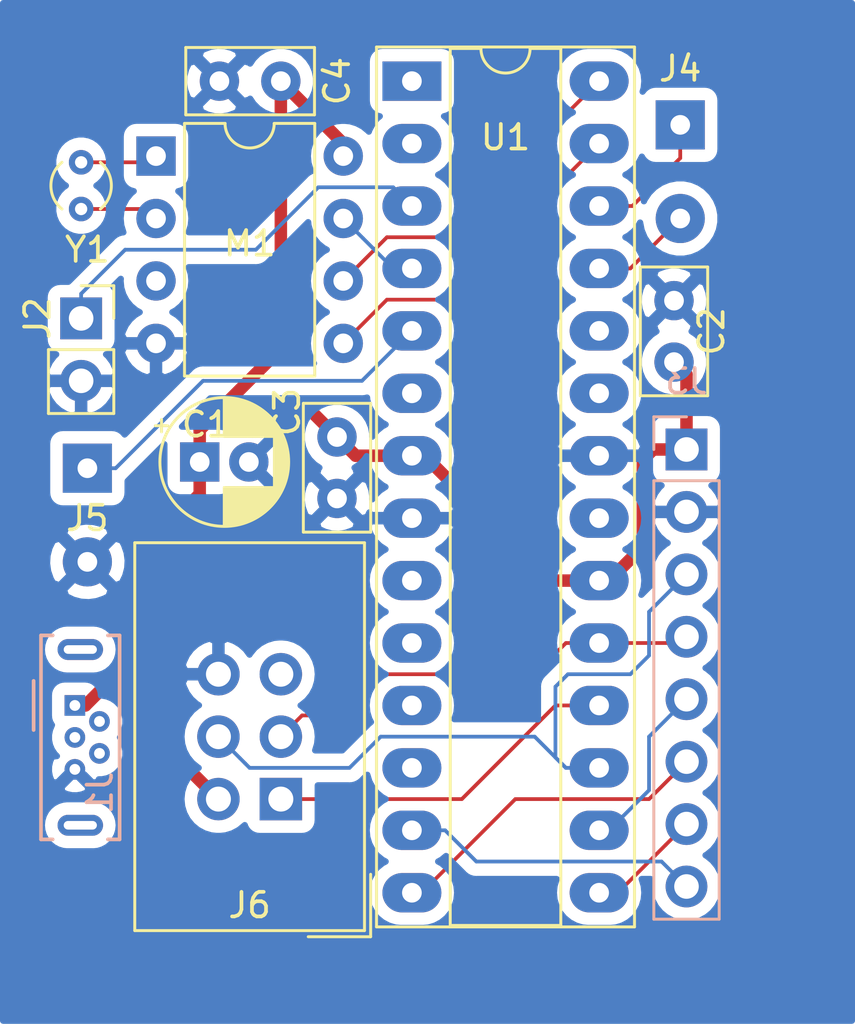
<source format=kicad_pcb>
(kicad_pcb (version 20171130) (host pcbnew "(5.1.2-1)-1")

  (general
    (thickness 1.6)
    (drawings 0)
    (tracks 102)
    (zones 0)
    (modules 13)
    (nets 34)
  )

  (page A4)
  (layers
    (0 F.Cu signal)
    (31 B.Cu signal)
    (34 B.Paste user)
    (35 F.Paste user)
    (36 B.SilkS user)
    (37 F.SilkS user)
    (38 B.Mask user)
    (39 F.Mask user)
    (40 Dwgs.User user)
    (41 Cmts.User user)
    (42 Eco1.User user)
    (43 Eco2.User user)
    (44 Edge.Cuts user)
    (45 Margin user)
    (46 B.CrtYd user)
    (47 F.CrtYd user)
  )

  (setup
    (last_trace_width 0.1524)
    (user_trace_width 0.254)
    (user_trace_width 0.381)
    (user_trace_width 0.508)
    (user_trace_width 0.8128)
    (trace_clearance 0.1524)
    (zone_clearance 0.508)
    (zone_45_only no)
    (trace_min 0.1524)
    (via_size 0.508)
    (via_drill 0.254)
    (via_min_size 0.508)
    (via_min_drill 0.254)
    (uvia_size 0.508)
    (uvia_drill 0.254)
    (uvias_allowed no)
    (uvia_min_size 0.508)
    (uvia_min_drill 0.254)
    (edge_width 0.15)
    (segment_width 0.2)
    (pcb_text_width 0.3)
    (pcb_text_size 1.5 1.5)
    (mod_edge_width 0.15)
    (mod_text_size 1 1)
    (mod_text_width 0.15)
    (pad_size 1.524 1.524)
    (pad_drill 0.762)
    (pad_to_mask_clearance 0.0508)
    (solder_mask_min_width 0.1016)
    (aux_axis_origin 0 0)
    (visible_elements FFFFFF7F)
    (pcbplotparams
      (layerselection 0x010fc_ffffffff)
      (usegerberextensions false)
      (usegerberattributes false)
      (usegerberadvancedattributes false)
      (creategerberjobfile false)
      (excludeedgelayer true)
      (linewidth 0.100000)
      (plotframeref false)
      (viasonmask false)
      (mode 1)
      (useauxorigin false)
      (hpglpennumber 1)
      (hpglpenspeed 20)
      (hpglpendiameter 15.000000)
      (psnegative false)
      (psa4output false)
      (plotreference true)
      (plotvalue true)
      (plotinvisibletext false)
      (padsonsilk false)
      (subtractmaskfromsilk false)
      (outputformat 1)
      (mirror false)
      (drillshape 1)
      (scaleselection 1)
      (outputdirectory ""))
  )

  (net 0 "")
  (net 1 VCC)
  (net 2 /CS)
  (net 3 /CLK)
  (net 4 /DIN)
  (net 5 "Net-(J6-Pad1)")
  (net 6 GND)
  (net 7 /TX)
  (net 8 /BUSY)
  (net 9 /RST)
  (net 10 /DC)
  (net 11 "Net-(J4-Pad2)")
  (net 12 "Net-(J4-Pad1)")
  (net 13 "Net-(J5-Pad1)")
  (net 14 "Net-(J6-Pad5)")
  (net 15 /INTB)
  (net 16 "Net-(M1-Pad3)")
  (net 17 "Net-(M1-Pad6)")
  (net 18 "Net-(M1-Pad2)")
  (net 19 "Net-(M1-Pad5)")
  (net 20 "Net-(M1-Pad1)")
  (net 21 "Net-(U1-Pad12)")
  (net 22 "Net-(U1-Pad11)")
  (net 23 "Net-(U1-Pad24)")
  (net 24 "Net-(U1-Pad10)")
  (net 25 "Net-(U1-Pad23)")
  (net 26 "Net-(U1-Pad9)")
  (net 27 "Net-(U1-Pad21)")
  (net 28 "Net-(U1-Pad6)")
  (net 29 "Net-(U1-Pad2)")
  (net 30 "Net-(J1-Pad6)")
  (net 31 "Net-(J1-Pad4)")
  (net 32 "Net-(J1-Pad3)")
  (net 33 "Net-(J1-Pad2)")

  (net_class Default "This is the default net class."
    (clearance 0.1524)
    (trace_width 0.1524)
    (via_dia 0.508)
    (via_drill 0.254)
    (uvia_dia 0.508)
    (uvia_drill 0.254)
    (diff_pair_width 0.1524)
    (diff_pair_gap 0.1524)
    (add_net /BUSY)
    (add_net /CLK)
    (add_net /CS)
    (add_net /DC)
    (add_net /DIN)
    (add_net /INTB)
    (add_net /RST)
    (add_net /TX)
    (add_net GND)
    (add_net "Net-(J1-Pad2)")
    (add_net "Net-(J1-Pad3)")
    (add_net "Net-(J1-Pad4)")
    (add_net "Net-(J1-Pad6)")
    (add_net "Net-(J4-Pad1)")
    (add_net "Net-(J4-Pad2)")
    (add_net "Net-(J5-Pad1)")
    (add_net "Net-(J6-Pad1)")
    (add_net "Net-(J6-Pad5)")
    (add_net "Net-(M1-Pad1)")
    (add_net "Net-(M1-Pad2)")
    (add_net "Net-(M1-Pad3)")
    (add_net "Net-(M1-Pad5)")
    (add_net "Net-(M1-Pad6)")
    (add_net "Net-(U1-Pad10)")
    (add_net "Net-(U1-Pad11)")
    (add_net "Net-(U1-Pad12)")
    (add_net "Net-(U1-Pad2)")
    (add_net "Net-(U1-Pad21)")
    (add_net "Net-(U1-Pad23)")
    (add_net "Net-(U1-Pad24)")
    (add_net "Net-(U1-Pad6)")
    (add_net "Net-(U1-Pad9)")
    (add_net VCC)
  )

  (module Connector_USB:USB_Micro-B_Wuerth_614105150721_Vertical (layer B.Cu) (tedit 5A142044) (tstamp 5D773B64)
    (at 136.144 77.216 270)
    (descr "USB Micro-B receptacle, through-hole, vertical, http://katalog.we-online.de/em/datasheet/614105150721.pdf")
    (tags "usb micro receptacle vertical")
    (path /5D74E41C)
    (fp_text reference J1 (at 3.556 -1.016 270) (layer B.SilkS)
      (effects (font (size 1 1) (thickness 0.15)) (justify mirror))
    )
    (fp_text value USB_B_Micro (at 1.3 -2.92 270) (layer B.Fab)
      (effects (font (size 1 1) (thickness 0.15)) (justify mirror))
    )
    (fp_text user %R (at 1.3 -0.22 270) (layer B.Fab)
      (effects (font (size 1 1) (thickness 0.15)) (justify mirror))
    )
    (fp_line (start 5.8 1.73) (end -3.2 1.73) (layer B.CrtYd) (width 0.05))
    (fp_line (start 5.8 -2.17) (end 5.8 1.73) (layer B.CrtYd) (width 0.05))
    (fp_line (start -3.2 -2.17) (end 5.8 -2.17) (layer B.CrtYd) (width 0.05))
    (fp_line (start -3.2 1.73) (end -3.2 -2.17) (layer B.CrtYd) (width 0.05))
    (fp_line (start -1 1.68) (end 1 1.68) (layer B.SilkS) (width 0.15))
    (fp_line (start 5.45 -1.82) (end 5.45 -1.345) (layer B.SilkS) (width 0.15))
    (fp_line (start -2.85 -1.82) (end 5.45 -1.82) (layer B.SilkS) (width 0.15))
    (fp_line (start -2.85 -1.345) (end -2.85 -1.82) (layer B.SilkS) (width 0.15))
    (fp_line (start 5.45 1.38) (end 5.45 0.905) (layer B.SilkS) (width 0.15))
    (fp_line (start -2.85 1.38) (end 5.45 1.38) (layer B.SilkS) (width 0.15))
    (fp_line (start -2.85 0.905) (end -2.85 1.38) (layer B.SilkS) (width 0.15))
    (fp_line (start -2.7 -1.67) (end -2.7 1.23) (layer B.Fab) (width 0.15))
    (fp_line (start 5.3 -1.67) (end -2.7 -1.67) (layer B.Fab) (width 0.15))
    (fp_line (start 5.3 1.23) (end 5.3 -1.67) (layer B.Fab) (width 0.15))
    (fp_line (start 1 1.23) (end 5.3 1.23) (layer B.Fab) (width 0.15))
    (fp_line (start 0 0.23) (end 1 1.23) (layer B.Fab) (width 0.15))
    (fp_line (start -1 1.23) (end 0 0.23) (layer B.Fab) (width 0.15))
    (fp_line (start -2.7 1.23) (end -1 1.23) (layer B.Fab) (width 0.15))
    (pad 6 thru_hole oval (at 4.875 -0.22 270) (size 0.85 1.85) (drill oval 0.35 1.35) (layers *.Cu *.Mask)
      (net 30 "Net-(J1-Pad6)"))
    (pad 6 thru_hole oval (at -2.275 -0.22 270) (size 0.85 1.85) (drill oval 0.35 1.35) (layers *.Cu *.Mask)
      (net 30 "Net-(J1-Pad6)"))
    (pad 5 thru_hole circle (at 2.6 0 270) (size 0.84 0.84) (drill 0.44) (layers *.Cu *.Mask)
      (net 6 GND))
    (pad 4 thru_hole circle (at 1.95 -1 270) (size 0.84 0.84) (drill 0.44) (layers *.Cu *.Mask)
      (net 31 "Net-(J1-Pad4)"))
    (pad 3 thru_hole circle (at 1.3 0 270) (size 0.84 0.84) (drill 0.44) (layers *.Cu *.Mask)
      (net 32 "Net-(J1-Pad3)"))
    (pad 2 thru_hole circle (at 0.65 -1 270) (size 0.84 0.84) (drill 0.44) (layers *.Cu *.Mask)
      (net 33 "Net-(J1-Pad2)"))
    (pad 1 thru_hole rect (at 0 0 270) (size 0.84 0.84) (drill 0.44) (layers *.Cu *.Mask)
      (net 1 VCC))
    (model ${KISYS3DMOD}/Connector_USB.3dshapes/USB_Micro-B_Wuerth_614105150721_Vertical.wrl
      (at (xyz 0 0 0))
      (scale (xyz 1 1 1))
      (rotate (xyz 0 0 0))
    )
  )

  (module Crystal:Crystal_C26-LF_D2.1mm_L6.5mm_Vertical (layer F.Cu) (tedit 5A0FD1B2) (tstamp 5D772D06)
    (at 136.398 55.118 270)
    (descr "Crystal THT C26-LF 6.5mm length 2.06mm diameter")
    (tags ['C26-LF'])
    (path /5D74902A)
    (fp_text reference Y1 (at 3.556 -0.254 180) (layer F.SilkS)
      (effects (font (size 1 1) (thickness 0.15)))
    )
    (fp_text value Crystal (at 0.95 2.23 90) (layer F.Fab)
      (effects (font (size 1 1) (thickness 0.15)))
    )
    (fp_arc (start 0.95 0) (end 0 0.781281) (angle -101.1) (layer F.SilkS) (width 0.12))
    (fp_arc (start 0.95 0) (end 0 -0.781281) (angle 101.1) (layer F.SilkS) (width 0.12))
    (fp_circle (center 0.95 0) (end 2.65 0) (layer F.CrtYd) (width 0.05))
    (fp_circle (center 0.95 0) (end 1.98 0) (layer F.Fab) (width 0.1))
    (fp_text user %R (at 0.95 0 90) (layer F.Fab)
      (effects (font (size 0.7 0.7) (thickness 0.105)))
    )
    (pad 2 thru_hole circle (at 1.9 0 270) (size 1 1) (drill 0.5) (layers *.Cu *.Mask)
      (net 18 "Net-(M1-Pad2)"))
    (pad 1 thru_hole circle (at 0 0 270) (size 1 1) (drill 0.5) (layers *.Cu *.Mask)
      (net 20 "Net-(M1-Pad1)"))
    (model ${KISYS3DMOD}/Crystal.3dshapes/Crystal_C26-LF_D2.1mm_L6.5mm_Vertical.wrl
      (at (xyz 0 0 0))
      (scale (xyz 1 1 1))
      (rotate (xyz 0 0 0))
    )
  )

  (module Package_DIP:DIP-28_W7.62mm_Socket_LongPads (layer F.Cu) (tedit 5A02E8C5) (tstamp 5D772CFB)
    (at 149.86 51.816)
    (descr "28-lead though-hole mounted DIP package, row spacing 7.62 mm (300 mils), Socket, LongPads")
    (tags "THT DIP DIL PDIP 2.54mm 7.62mm 300mil Socket LongPads")
    (path /5D4CB3CF)
    (fp_text reference U1 (at 3.81 2.286) (layer F.SilkS)
      (effects (font (size 1 1) (thickness 0.15)))
    )
    (fp_text value ATmega328P-PU (at 3.81 35.35) (layer F.Fab)
      (effects (font (size 1 1) (thickness 0.15)))
    )
    (fp_text user %R (at 3.81 16.51) (layer F.Fab)
      (effects (font (size 1 1) (thickness 0.15)))
    )
    (fp_line (start 9.15 -1.6) (end -1.55 -1.6) (layer F.CrtYd) (width 0.05))
    (fp_line (start 9.15 34.65) (end 9.15 -1.6) (layer F.CrtYd) (width 0.05))
    (fp_line (start -1.55 34.65) (end 9.15 34.65) (layer F.CrtYd) (width 0.05))
    (fp_line (start -1.55 -1.6) (end -1.55 34.65) (layer F.CrtYd) (width 0.05))
    (fp_line (start 9.06 -1.39) (end -1.44 -1.39) (layer F.SilkS) (width 0.12))
    (fp_line (start 9.06 34.41) (end 9.06 -1.39) (layer F.SilkS) (width 0.12))
    (fp_line (start -1.44 34.41) (end 9.06 34.41) (layer F.SilkS) (width 0.12))
    (fp_line (start -1.44 -1.39) (end -1.44 34.41) (layer F.SilkS) (width 0.12))
    (fp_line (start 6.06 -1.33) (end 4.81 -1.33) (layer F.SilkS) (width 0.12))
    (fp_line (start 6.06 34.35) (end 6.06 -1.33) (layer F.SilkS) (width 0.12))
    (fp_line (start 1.56 34.35) (end 6.06 34.35) (layer F.SilkS) (width 0.12))
    (fp_line (start 1.56 -1.33) (end 1.56 34.35) (layer F.SilkS) (width 0.12))
    (fp_line (start 2.81 -1.33) (end 1.56 -1.33) (layer F.SilkS) (width 0.12))
    (fp_line (start 8.89 -1.33) (end -1.27 -1.33) (layer F.Fab) (width 0.1))
    (fp_line (start 8.89 34.35) (end 8.89 -1.33) (layer F.Fab) (width 0.1))
    (fp_line (start -1.27 34.35) (end 8.89 34.35) (layer F.Fab) (width 0.1))
    (fp_line (start -1.27 -1.33) (end -1.27 34.35) (layer F.Fab) (width 0.1))
    (fp_line (start 0.635 -0.27) (end 1.635 -1.27) (layer F.Fab) (width 0.1))
    (fp_line (start 0.635 34.29) (end 0.635 -0.27) (layer F.Fab) (width 0.1))
    (fp_line (start 6.985 34.29) (end 0.635 34.29) (layer F.Fab) (width 0.1))
    (fp_line (start 6.985 -1.27) (end 6.985 34.29) (layer F.Fab) (width 0.1))
    (fp_line (start 1.635 -1.27) (end 6.985 -1.27) (layer F.Fab) (width 0.1))
    (fp_arc (start 3.81 -1.33) (end 2.81 -1.33) (angle -180) (layer F.SilkS) (width 0.12))
    (pad 28 thru_hole oval (at 7.62 0) (size 2.4 1.6) (drill 0.8) (layers *.Cu *.Mask)
      (net 17 "Net-(M1-Pad6)"))
    (pad 14 thru_hole oval (at 0 33.02) (size 2.4 1.6) (drill 0.8) (layers *.Cu *.Mask)
      (net 10 /DC))
    (pad 27 thru_hole oval (at 7.62 2.54) (size 2.4 1.6) (drill 0.8) (layers *.Cu *.Mask)
      (net 19 "Net-(M1-Pad5)"))
    (pad 13 thru_hole oval (at 0 30.48) (size 2.4 1.6) (drill 0.8) (layers *.Cu *.Mask)
      (net 8 /BUSY))
    (pad 26 thru_hole oval (at 7.62 5.08) (size 2.4 1.6) (drill 0.8) (layers *.Cu *.Mask)
      (net 12 "Net-(J4-Pad1)"))
    (pad 12 thru_hole oval (at 0 27.94) (size 2.4 1.6) (drill 0.8) (layers *.Cu *.Mask)
      (net 21 "Net-(U1-Pad12)"))
    (pad 25 thru_hole oval (at 7.62 7.62) (size 2.4 1.6) (drill 0.8) (layers *.Cu *.Mask)
      (net 11 "Net-(J4-Pad2)"))
    (pad 11 thru_hole oval (at 0 25.4) (size 2.4 1.6) (drill 0.8) (layers *.Cu *.Mask)
      (net 22 "Net-(U1-Pad11)"))
    (pad 24 thru_hole oval (at 7.62 10.16) (size 2.4 1.6) (drill 0.8) (layers *.Cu *.Mask)
      (net 23 "Net-(U1-Pad24)"))
    (pad 10 thru_hole oval (at 0 22.86) (size 2.4 1.6) (drill 0.8) (layers *.Cu *.Mask)
      (net 24 "Net-(U1-Pad10)"))
    (pad 23 thru_hole oval (at 7.62 12.7) (size 2.4 1.6) (drill 0.8) (layers *.Cu *.Mask)
      (net 25 "Net-(U1-Pad23)"))
    (pad 9 thru_hole oval (at 0 20.32) (size 2.4 1.6) (drill 0.8) (layers *.Cu *.Mask)
      (net 26 "Net-(U1-Pad9)"))
    (pad 22 thru_hole oval (at 7.62 15.24) (size 2.4 1.6) (drill 0.8) (layers *.Cu *.Mask)
      (net 6 GND))
    (pad 8 thru_hole oval (at 0 17.78) (size 2.4 1.6) (drill 0.8) (layers *.Cu *.Mask)
      (net 6 GND))
    (pad 21 thru_hole oval (at 7.62 17.78) (size 2.4 1.6) (drill 0.8) (layers *.Cu *.Mask)
      (net 27 "Net-(U1-Pad21)"))
    (pad 7 thru_hole oval (at 0 15.24) (size 2.4 1.6) (drill 0.8) (layers *.Cu *.Mask)
      (net 1 VCC))
    (pad 20 thru_hole oval (at 7.62 20.32) (size 2.4 1.6) (drill 0.8) (layers *.Cu *.Mask)
      (net 1 VCC))
    (pad 6 thru_hole oval (at 0 12.7) (size 2.4 1.6) (drill 0.8) (layers *.Cu *.Mask)
      (net 28 "Net-(U1-Pad6)"))
    (pad 19 thru_hole oval (at 7.62 22.86) (size 2.4 1.6) (drill 0.8) (layers *.Cu *.Mask)
      (net 3 /CLK))
    (pad 5 thru_hole oval (at 0 10.16) (size 2.4 1.6) (drill 0.8) (layers *.Cu *.Mask)
      (net 13 "Net-(J5-Pad1)"))
    (pad 18 thru_hole oval (at 7.62 25.4) (size 2.4 1.6) (drill 0.8) (layers *.Cu *.Mask)
      (net 5 "Net-(J6-Pad1)"))
    (pad 4 thru_hole oval (at 0 7.62) (size 2.4 1.6) (drill 0.8) (layers *.Cu *.Mask)
      (net 15 /INTB))
    (pad 17 thru_hole oval (at 7.62 27.94) (size 2.4 1.6) (drill 0.8) (layers *.Cu *.Mask)
      (net 4 /DIN))
    (pad 3 thru_hole oval (at 0 5.08) (size 2.4 1.6) (drill 0.8) (layers *.Cu *.Mask)
      (net 7 /TX))
    (pad 16 thru_hole oval (at 7.62 30.48) (size 2.4 1.6) (drill 0.8) (layers *.Cu *.Mask)
      (net 2 /CS))
    (pad 2 thru_hole oval (at 0 2.54) (size 2.4 1.6) (drill 0.8) (layers *.Cu *.Mask)
      (net 29 "Net-(U1-Pad2)"))
    (pad 15 thru_hole oval (at 7.62 33.02) (size 2.4 1.6) (drill 0.8) (layers *.Cu *.Mask)
      (net 9 /RST))
    (pad 1 thru_hole rect (at 0 0) (size 2.4 1.6) (drill 0.8) (layers *.Cu *.Mask)
      (net 14 "Net-(J6-Pad5)"))
    (model ${KISYS3DMOD}/Package_DIP.3dshapes/DIP-28_W7.62mm_Socket.wrl
      (at (xyz 0 0 0))
      (scale (xyz 1 1 1))
      (rotate (xyz 0 0 0))
    )
  )

  (module Package_DIP:DIP-8_W7.62mm (layer F.Cu) (tedit 5A02E8C5) (tstamp 5D772CC3)
    (at 139.446 54.864)
    (descr "8-lead though-hole mounted DIP package, row spacing 7.62 mm (300 mils)")
    (tags "THT DIP DIL PDIP 2.54mm 7.62mm 300mil")
    (path /5D749199)
    (fp_text reference M1 (at 3.81 3.556) (layer F.SilkS)
      (effects (font (size 1 1) (thickness 0.15)))
    )
    (fp_text value DS1337 (at 3.81 9.95) (layer F.Fab)
      (effects (font (size 1 1) (thickness 0.15)))
    )
    (fp_text user %R (at 3.81 3.81) (layer F.Fab)
      (effects (font (size 1 1) (thickness 0.15)))
    )
    (fp_line (start 8.7 -1.55) (end -1.1 -1.55) (layer F.CrtYd) (width 0.05))
    (fp_line (start 8.7 9.15) (end 8.7 -1.55) (layer F.CrtYd) (width 0.05))
    (fp_line (start -1.1 9.15) (end 8.7 9.15) (layer F.CrtYd) (width 0.05))
    (fp_line (start -1.1 -1.55) (end -1.1 9.15) (layer F.CrtYd) (width 0.05))
    (fp_line (start 6.46 -1.33) (end 4.81 -1.33) (layer F.SilkS) (width 0.12))
    (fp_line (start 6.46 8.95) (end 6.46 -1.33) (layer F.SilkS) (width 0.12))
    (fp_line (start 1.16 8.95) (end 6.46 8.95) (layer F.SilkS) (width 0.12))
    (fp_line (start 1.16 -1.33) (end 1.16 8.95) (layer F.SilkS) (width 0.12))
    (fp_line (start 2.81 -1.33) (end 1.16 -1.33) (layer F.SilkS) (width 0.12))
    (fp_line (start 0.635 -0.27) (end 1.635 -1.27) (layer F.Fab) (width 0.1))
    (fp_line (start 0.635 8.89) (end 0.635 -0.27) (layer F.Fab) (width 0.1))
    (fp_line (start 6.985 8.89) (end 0.635 8.89) (layer F.Fab) (width 0.1))
    (fp_line (start 6.985 -1.27) (end 6.985 8.89) (layer F.Fab) (width 0.1))
    (fp_line (start 1.635 -1.27) (end 6.985 -1.27) (layer F.Fab) (width 0.1))
    (fp_arc (start 3.81 -1.33) (end 2.81 -1.33) (angle -180) (layer F.SilkS) (width 0.12))
    (pad 8 thru_hole oval (at 7.62 0) (size 1.6 1.6) (drill 0.8) (layers *.Cu *.Mask)
      (net 1 VCC))
    (pad 4 thru_hole oval (at 0 7.62) (size 1.6 1.6) (drill 0.8) (layers *.Cu *.Mask)
      (net 6 GND))
    (pad 7 thru_hole oval (at 7.62 2.54) (size 1.6 1.6) (drill 0.8) (layers *.Cu *.Mask)
      (net 15 /INTB))
    (pad 3 thru_hole oval (at 0 5.08) (size 1.6 1.6) (drill 0.8) (layers *.Cu *.Mask)
      (net 16 "Net-(M1-Pad3)"))
    (pad 6 thru_hole oval (at 7.62 5.08) (size 1.6 1.6) (drill 0.8) (layers *.Cu *.Mask)
      (net 17 "Net-(M1-Pad6)"))
    (pad 2 thru_hole oval (at 0 2.54) (size 1.6 1.6) (drill 0.8) (layers *.Cu *.Mask)
      (net 18 "Net-(M1-Pad2)"))
    (pad 5 thru_hole oval (at 7.62 7.62) (size 1.6 1.6) (drill 0.8) (layers *.Cu *.Mask)
      (net 19 "Net-(M1-Pad5)"))
    (pad 1 thru_hole rect (at 0 0) (size 1.6 1.6) (drill 0.8) (layers *.Cu *.Mask)
      (net 20 "Net-(M1-Pad1)"))
    (model ${KISYS3DMOD}/Package_DIP.3dshapes/DIP-8_W7.62mm.wrl
      (at (xyz 0 0 0))
      (scale (xyz 1 1 1))
      (rotate (xyz 0 0 0))
    )
  )

  (module Connector_IDC:IDC-Header_2x03_P2.54mm_Vertical (layer F.Cu) (tedit 59DE0819) (tstamp 5D772CA7)
    (at 144.526 81.026 180)
    (descr "Through hole straight IDC box header, 2x03, 2.54mm pitch, double rows")
    (tags "Through hole IDC box header THT 2x03 2.54mm double row")
    (path /5D4CFC7D)
    (fp_text reference J6 (at 1.27 -4.318) (layer F.SilkS)
      (effects (font (size 1 1) (thickness 0.15)))
    )
    (fp_text value AVR-ISP-6 (at 1.27 11.684) (layer F.Fab)
      (effects (font (size 1 1) (thickness 0.15)))
    )
    (fp_line (start -3.655 -5.6) (end -1.115 -5.6) (layer F.SilkS) (width 0.12))
    (fp_line (start -3.655 -5.6) (end -3.655 -3.06) (layer F.SilkS) (width 0.12))
    (fp_line (start -3.405 -5.35) (end 5.945 -5.35) (layer F.SilkS) (width 0.12))
    (fp_line (start -3.405 10.43) (end -3.405 -5.35) (layer F.SilkS) (width 0.12))
    (fp_line (start 5.945 10.43) (end -3.405 10.43) (layer F.SilkS) (width 0.12))
    (fp_line (start 5.945 -5.35) (end 5.945 10.43) (layer F.SilkS) (width 0.12))
    (fp_line (start -3.41 -5.35) (end 5.95 -5.35) (layer F.CrtYd) (width 0.05))
    (fp_line (start -3.41 10.43) (end -3.41 -5.35) (layer F.CrtYd) (width 0.05))
    (fp_line (start 5.95 10.43) (end -3.41 10.43) (layer F.CrtYd) (width 0.05))
    (fp_line (start 5.95 -5.35) (end 5.95 10.43) (layer F.CrtYd) (width 0.05))
    (fp_line (start -3.155 10.18) (end -2.605 9.62) (layer F.Fab) (width 0.1))
    (fp_line (start -3.155 -5.1) (end -2.605 -4.56) (layer F.Fab) (width 0.1))
    (fp_line (start 5.695 10.18) (end 5.145 9.62) (layer F.Fab) (width 0.1))
    (fp_line (start 5.695 -5.1) (end 5.145 -4.56) (layer F.Fab) (width 0.1))
    (fp_line (start 5.145 9.62) (end -2.605 9.62) (layer F.Fab) (width 0.1))
    (fp_line (start 5.695 10.18) (end -3.155 10.18) (layer F.Fab) (width 0.1))
    (fp_line (start 5.145 -4.56) (end -2.605 -4.56) (layer F.Fab) (width 0.1))
    (fp_line (start 5.695 -5.1) (end -3.155 -5.1) (layer F.Fab) (width 0.1))
    (fp_line (start -2.605 4.79) (end -3.155 4.79) (layer F.Fab) (width 0.1))
    (fp_line (start -2.605 0.29) (end -3.155 0.29) (layer F.Fab) (width 0.1))
    (fp_line (start -2.605 4.79) (end -2.605 9.62) (layer F.Fab) (width 0.1))
    (fp_line (start -2.605 -4.56) (end -2.605 0.29) (layer F.Fab) (width 0.1))
    (fp_line (start -3.155 -5.1) (end -3.155 10.18) (layer F.Fab) (width 0.1))
    (fp_line (start 5.145 -4.56) (end 5.145 9.62) (layer F.Fab) (width 0.1))
    (fp_line (start 5.695 -5.1) (end 5.695 10.18) (layer F.Fab) (width 0.1))
    (fp_text user %R (at 1.27 2.54) (layer F.Fab)
      (effects (font (size 1 1) (thickness 0.15)))
    )
    (pad 6 thru_hole oval (at 2.54 5.08 180) (size 1.7272 1.7272) (drill 1.016) (layers *.Cu *.Mask)
      (net 6 GND))
    (pad 5 thru_hole oval (at 0 5.08 180) (size 1.7272 1.7272) (drill 1.016) (layers *.Cu *.Mask)
      (net 14 "Net-(J6-Pad5)"))
    (pad 4 thru_hole oval (at 2.54 2.54 180) (size 1.7272 1.7272) (drill 1.016) (layers *.Cu *.Mask)
      (net 4 /DIN))
    (pad 3 thru_hole oval (at 0 2.54 180) (size 1.7272 1.7272) (drill 1.016) (layers *.Cu *.Mask)
      (net 3 /CLK))
    (pad 2 thru_hole oval (at 2.54 0 180) (size 1.7272 1.7272) (drill 1.016) (layers *.Cu *.Mask)
      (net 1 VCC))
    (pad 1 thru_hole rect (at 0 0 180) (size 1.7272 1.7272) (drill 1.016) (layers *.Cu *.Mask)
      (net 5 "Net-(J6-Pad1)"))
    (model ${KISYS3DMOD}/Connector_IDC.3dshapes/IDC-Header_2x03_P2.54mm_Vertical.wrl
      (at (xyz 0 0 0))
      (scale (xyz 1 1 1))
      (rotate (xyz 0 0 0))
    )
  )

  (module Connector_Wire:SolderWirePad_1x02_P3.81mm_Drill0.8mm (layer F.Cu) (tedit 5AEE54BF) (tstamp 5D772C83)
    (at 136.652 67.564 270)
    (descr "Wire solder connection")
    (tags connector)
    (path /5D522AAC)
    (attr virtual)
    (fp_text reference J5 (at 2.032 0 180) (layer F.SilkS)
      (effects (font (size 1 1) (thickness 0.15)))
    )
    (fp_text value Conn_01x02 (at 1.905 2.54 90) (layer F.Fab)
      (effects (font (size 1 1) (thickness 0.15)))
    )
    (fp_line (start 5.31 1.5) (end -1.49 1.5) (layer F.CrtYd) (width 0.05))
    (fp_line (start 5.31 1.5) (end 5.31 -1.5) (layer F.CrtYd) (width 0.05))
    (fp_line (start -1.49 -1.5) (end -1.49 1.5) (layer F.CrtYd) (width 0.05))
    (fp_line (start -1.49 -1.5) (end 5.31 -1.5) (layer F.CrtYd) (width 0.05))
    (fp_text user %R (at 1.905 0 90) (layer F.Fab)
      (effects (font (size 1 1) (thickness 0.15)))
    )
    (pad 2 thru_hole circle (at 3.81 0 270) (size 1.99898 1.99898) (drill 0.8001) (layers *.Cu *.Mask)
      (net 6 GND))
    (pad 1 thru_hole rect (at 0 0 270) (size 1.99898 1.99898) (drill 0.8001) (layers *.Cu *.Mask)
      (net 13 "Net-(J5-Pad1)"))
  )

  (module Connector_Wire:SolderWirePad_1x02_P3.81mm_Drill0.8mm (layer F.Cu) (tedit 5AEE54BF) (tstamp 5D772C78)
    (at 160.782 53.594 270)
    (descr "Wire solder connection")
    (tags connector)
    (path /5D52138A)
    (attr virtual)
    (fp_text reference J4 (at -2.286 0 180) (layer F.SilkS)
      (effects (font (size 1 1) (thickness 0.15)))
    )
    (fp_text value Conn_01x02 (at 1.905 2.54 90) (layer F.Fab)
      (effects (font (size 1 1) (thickness 0.15)))
    )
    (fp_line (start 5.31 1.5) (end -1.49 1.5) (layer F.CrtYd) (width 0.05))
    (fp_line (start 5.31 1.5) (end 5.31 -1.5) (layer F.CrtYd) (width 0.05))
    (fp_line (start -1.49 -1.5) (end -1.49 1.5) (layer F.CrtYd) (width 0.05))
    (fp_line (start -1.49 -1.5) (end 5.31 -1.5) (layer F.CrtYd) (width 0.05))
    (fp_text user %R (at 1.905 0 90) (layer F.Fab)
      (effects (font (size 1 1) (thickness 0.15)))
    )
    (pad 2 thru_hole circle (at 3.81 0 270) (size 1.99898 1.99898) (drill 0.8001) (layers *.Cu *.Mask)
      (net 11 "Net-(J4-Pad2)"))
    (pad 1 thru_hole rect (at 0 0 270) (size 1.99898 1.99898) (drill 0.8001) (layers *.Cu *.Mask)
      (net 12 "Net-(J4-Pad1)"))
  )

  (module Connector_PinSocket_2.54mm:PinSocket_1x08_P2.54mm_Vertical (layer B.Cu) (tedit 5A19A420) (tstamp 5D772C6D)
    (at 161.036 66.802 180)
    (descr "Through hole straight socket strip, 1x08, 2.54mm pitch, single row (from Kicad 4.0.7), script generated")
    (tags "Through hole socket strip THT 1x08 2.54mm single row")
    (path /5D77CA54)
    (fp_text reference J3 (at 0 2.77) (layer B.SilkS)
      (effects (font (size 1 1) (thickness 0.15)) (justify mirror))
    )
    (fp_text value Conn_01x08 (at 0 -20.55) (layer B.Fab)
      (effects (font (size 1 1) (thickness 0.15)) (justify mirror))
    )
    (fp_text user %R (at 0 -8.89 270) (layer B.Fab)
      (effects (font (size 1 1) (thickness 0.15)) (justify mirror))
    )
    (fp_line (start -1.8 -19.55) (end -1.8 1.8) (layer B.CrtYd) (width 0.05))
    (fp_line (start 1.75 -19.55) (end -1.8 -19.55) (layer B.CrtYd) (width 0.05))
    (fp_line (start 1.75 1.8) (end 1.75 -19.55) (layer B.CrtYd) (width 0.05))
    (fp_line (start -1.8 1.8) (end 1.75 1.8) (layer B.CrtYd) (width 0.05))
    (fp_line (start 0 1.33) (end 1.33 1.33) (layer B.SilkS) (width 0.12))
    (fp_line (start 1.33 1.33) (end 1.33 0) (layer B.SilkS) (width 0.12))
    (fp_line (start 1.33 -1.27) (end 1.33 -19.11) (layer B.SilkS) (width 0.12))
    (fp_line (start -1.33 -19.11) (end 1.33 -19.11) (layer B.SilkS) (width 0.12))
    (fp_line (start -1.33 -1.27) (end -1.33 -19.11) (layer B.SilkS) (width 0.12))
    (fp_line (start -1.33 -1.27) (end 1.33 -1.27) (layer B.SilkS) (width 0.12))
    (fp_line (start -1.27 -19.05) (end -1.27 1.27) (layer B.Fab) (width 0.1))
    (fp_line (start 1.27 -19.05) (end -1.27 -19.05) (layer B.Fab) (width 0.1))
    (fp_line (start 1.27 0.635) (end 1.27 -19.05) (layer B.Fab) (width 0.1))
    (fp_line (start 0.635 1.27) (end 1.27 0.635) (layer B.Fab) (width 0.1))
    (fp_line (start -1.27 1.27) (end 0.635 1.27) (layer B.Fab) (width 0.1))
    (pad 8 thru_hole oval (at 0 -17.78 180) (size 1.7 1.7) (drill 1) (layers *.Cu *.Mask)
      (net 8 /BUSY))
    (pad 7 thru_hole oval (at 0 -15.24 180) (size 1.7 1.7) (drill 1) (layers *.Cu *.Mask)
      (net 9 /RST))
    (pad 6 thru_hole oval (at 0 -12.7 180) (size 1.7 1.7) (drill 1) (layers *.Cu *.Mask)
      (net 10 /DC))
    (pad 5 thru_hole oval (at 0 -10.16 180) (size 1.7 1.7) (drill 1) (layers *.Cu *.Mask)
      (net 2 /CS))
    (pad 4 thru_hole oval (at 0 -7.62 180) (size 1.7 1.7) (drill 1) (layers *.Cu *.Mask)
      (net 3 /CLK))
    (pad 3 thru_hole oval (at 0 -5.08 180) (size 1.7 1.7) (drill 1) (layers *.Cu *.Mask)
      (net 4 /DIN))
    (pad 2 thru_hole oval (at 0 -2.54 180) (size 1.7 1.7) (drill 1) (layers *.Cu *.Mask)
      (net 6 GND))
    (pad 1 thru_hole rect (at 0 0 180) (size 1.7 1.7) (drill 1) (layers *.Cu *.Mask)
      (net 1 VCC))
    (model ${KISYS3DMOD}/Connector_PinSocket_2.54mm.3dshapes/PinSocket_1x08_P2.54mm_Vertical.wrl
      (at (xyz 0 0 0))
      (scale (xyz 1 1 1))
      (rotate (xyz 0 0 0))
    )
  )

  (module Connector_PinSocket_2.54mm:PinSocket_1x02_P2.54mm_Vertical (layer F.Cu) (tedit 5A19A420) (tstamp 5D772C51)
    (at 136.398 61.468)
    (descr "Through hole straight socket strip, 1x02, 2.54mm pitch, single row (from Kicad 4.0.7), script generated")
    (tags "Through hole socket strip THT 1x02 2.54mm single row")
    (path /5D54A148)
    (fp_text reference J2 (at -1.778 0 90) (layer F.SilkS)
      (effects (font (size 1 1) (thickness 0.15)))
    )
    (fp_text value Conn_01x02_Female (at 0 5.31) (layer F.Fab)
      (effects (font (size 1 1) (thickness 0.15)))
    )
    (fp_text user %R (at 0 1.27 90) (layer F.Fab)
      (effects (font (size 1 1) (thickness 0.15)))
    )
    (fp_line (start -1.8 4.3) (end -1.8 -1.8) (layer F.CrtYd) (width 0.05))
    (fp_line (start 1.75 4.3) (end -1.8 4.3) (layer F.CrtYd) (width 0.05))
    (fp_line (start 1.75 -1.8) (end 1.75 4.3) (layer F.CrtYd) (width 0.05))
    (fp_line (start -1.8 -1.8) (end 1.75 -1.8) (layer F.CrtYd) (width 0.05))
    (fp_line (start 0 -1.33) (end 1.33 -1.33) (layer F.SilkS) (width 0.12))
    (fp_line (start 1.33 -1.33) (end 1.33 0) (layer F.SilkS) (width 0.12))
    (fp_line (start 1.33 1.27) (end 1.33 3.87) (layer F.SilkS) (width 0.12))
    (fp_line (start -1.33 3.87) (end 1.33 3.87) (layer F.SilkS) (width 0.12))
    (fp_line (start -1.33 1.27) (end -1.33 3.87) (layer F.SilkS) (width 0.12))
    (fp_line (start -1.33 1.27) (end 1.33 1.27) (layer F.SilkS) (width 0.12))
    (fp_line (start -1.27 3.81) (end -1.27 -1.27) (layer F.Fab) (width 0.1))
    (fp_line (start 1.27 3.81) (end -1.27 3.81) (layer F.Fab) (width 0.1))
    (fp_line (start 1.27 -0.635) (end 1.27 3.81) (layer F.Fab) (width 0.1))
    (fp_line (start 0.635 -1.27) (end 1.27 -0.635) (layer F.Fab) (width 0.1))
    (fp_line (start -1.27 -1.27) (end 0.635 -1.27) (layer F.Fab) (width 0.1))
    (pad 2 thru_hole oval (at 0 2.54) (size 1.7 1.7) (drill 1) (layers *.Cu *.Mask)
      (net 6 GND))
    (pad 1 thru_hole rect (at 0 0) (size 1.7 1.7) (drill 1) (layers *.Cu *.Mask)
      (net 7 /TX))
    (model ${KISYS3DMOD}/Connector_PinSocket_2.54mm.3dshapes/PinSocket_1x02_P2.54mm_Vertical.wrl
      (at (xyz 0 0 0))
      (scale (xyz 1 1 1))
      (rotate (xyz 0 0 0))
    )
  )

  (module Capacitor_THT:C_Disc_D5.0mm_W2.5mm_P2.50mm (layer F.Cu) (tedit 5AE50EF0) (tstamp 5D772C1D)
    (at 144.526 51.816 180)
    (descr "C, Disc series, Radial, pin pitch=2.50mm, , diameter*width=5*2.5mm^2, Capacitor, http://cdn-reichelt.de/documents/datenblatt/B300/DS_KERKO_TC.pdf")
    (tags "C Disc series Radial pin pitch 2.50mm  diameter 5mm width 2.5mm Capacitor")
    (path /5D770C1C)
    (fp_text reference C4 (at -2.286 0 90) (layer F.SilkS)
      (effects (font (size 1 1) (thickness 0.15)))
    )
    (fp_text value 0.1u (at 1.25 2.5) (layer F.Fab)
      (effects (font (size 1 1) (thickness 0.15)))
    )
    (fp_text user %R (at 1.25 0) (layer F.Fab)
      (effects (font (size 1 1) (thickness 0.15)))
    )
    (fp_line (start 4 -1.5) (end -1.5 -1.5) (layer F.CrtYd) (width 0.05))
    (fp_line (start 4 1.5) (end 4 -1.5) (layer F.CrtYd) (width 0.05))
    (fp_line (start -1.5 1.5) (end 4 1.5) (layer F.CrtYd) (width 0.05))
    (fp_line (start -1.5 -1.5) (end -1.5 1.5) (layer F.CrtYd) (width 0.05))
    (fp_line (start 3.87 -1.37) (end 3.87 1.37) (layer F.SilkS) (width 0.12))
    (fp_line (start -1.37 -1.37) (end -1.37 1.37) (layer F.SilkS) (width 0.12))
    (fp_line (start -1.37 1.37) (end 3.87 1.37) (layer F.SilkS) (width 0.12))
    (fp_line (start -1.37 -1.37) (end 3.87 -1.37) (layer F.SilkS) (width 0.12))
    (fp_line (start 3.75 -1.25) (end -1.25 -1.25) (layer F.Fab) (width 0.1))
    (fp_line (start 3.75 1.25) (end 3.75 -1.25) (layer F.Fab) (width 0.1))
    (fp_line (start -1.25 1.25) (end 3.75 1.25) (layer F.Fab) (width 0.1))
    (fp_line (start -1.25 -1.25) (end -1.25 1.25) (layer F.Fab) (width 0.1))
    (pad 2 thru_hole circle (at 2.5 0 180) (size 1.6 1.6) (drill 0.8) (layers *.Cu *.Mask)
      (net 6 GND))
    (pad 1 thru_hole circle (at 0 0 180) (size 1.6 1.6) (drill 0.8) (layers *.Cu *.Mask)
      (net 1 VCC))
    (model ${KISYS3DMOD}/Capacitor_THT.3dshapes/C_Disc_D5.0mm_W2.5mm_P2.50mm.wrl
      (at (xyz 0 0 0))
      (scale (xyz 1 1 1))
      (rotate (xyz 0 0 0))
    )
  )

  (module Capacitor_THT:C_Disc_D5.0mm_W2.5mm_P2.50mm (layer F.Cu) (tedit 5AE50EF0) (tstamp 5D772C0A)
    (at 146.812 68.794 90)
    (descr "C, Disc series, Radial, pin pitch=2.50mm, , diameter*width=5*2.5mm^2, Capacitor, http://cdn-reichelt.de/documents/datenblatt/B300/DS_KERKO_TC.pdf")
    (tags "C Disc series Radial pin pitch 2.50mm  diameter 5mm width 2.5mm Capacitor")
    (path /5D4E5F81)
    (fp_text reference C3 (at 3.516 -2.032 270) (layer F.SilkS)
      (effects (font (size 1 1) (thickness 0.15)))
    )
    (fp_text value 0.1u (at 1.25 2.5 90) (layer F.Fab)
      (effects (font (size 1 1) (thickness 0.15)))
    )
    (fp_text user %R (at 1.25 0 90) (layer F.Fab)
      (effects (font (size 1 1) (thickness 0.15)))
    )
    (fp_line (start 4 -1.5) (end -1.5 -1.5) (layer F.CrtYd) (width 0.05))
    (fp_line (start 4 1.5) (end 4 -1.5) (layer F.CrtYd) (width 0.05))
    (fp_line (start -1.5 1.5) (end 4 1.5) (layer F.CrtYd) (width 0.05))
    (fp_line (start -1.5 -1.5) (end -1.5 1.5) (layer F.CrtYd) (width 0.05))
    (fp_line (start 3.87 -1.37) (end 3.87 1.37) (layer F.SilkS) (width 0.12))
    (fp_line (start -1.37 -1.37) (end -1.37 1.37) (layer F.SilkS) (width 0.12))
    (fp_line (start -1.37 1.37) (end 3.87 1.37) (layer F.SilkS) (width 0.12))
    (fp_line (start -1.37 -1.37) (end 3.87 -1.37) (layer F.SilkS) (width 0.12))
    (fp_line (start 3.75 -1.25) (end -1.25 -1.25) (layer F.Fab) (width 0.1))
    (fp_line (start 3.75 1.25) (end 3.75 -1.25) (layer F.Fab) (width 0.1))
    (fp_line (start -1.25 1.25) (end 3.75 1.25) (layer F.Fab) (width 0.1))
    (fp_line (start -1.25 -1.25) (end -1.25 1.25) (layer F.Fab) (width 0.1))
    (pad 2 thru_hole circle (at 2.5 0 90) (size 1.6 1.6) (drill 0.8) (layers *.Cu *.Mask)
      (net 1 VCC))
    (pad 1 thru_hole circle (at 0 0 90) (size 1.6 1.6) (drill 0.8) (layers *.Cu *.Mask)
      (net 6 GND))
    (model ${KISYS3DMOD}/Capacitor_THT.3dshapes/C_Disc_D5.0mm_W2.5mm_P2.50mm.wrl
      (at (xyz 0 0 0))
      (scale (xyz 1 1 1))
      (rotate (xyz 0 0 0))
    )
  )

  (module Capacitor_THT:C_Disc_D5.0mm_W2.5mm_P2.50mm (layer F.Cu) (tedit 5AE50EF0) (tstamp 5D772BF7)
    (at 160.528 63.246 90)
    (descr "C, Disc series, Radial, pin pitch=2.50mm, , diameter*width=5*2.5mm^2, Capacitor, http://cdn-reichelt.de/documents/datenblatt/B300/DS_KERKO_TC.pdf")
    (tags "C Disc series Radial pin pitch 2.50mm  diameter 5mm width 2.5mm Capacitor")
    (path /5D4E6D1E)
    (fp_text reference C2 (at 1.25 1.524 270) (layer F.SilkS)
      (effects (font (size 1 1) (thickness 0.15)))
    )
    (fp_text value 0.1u (at 1.25 2.5 90) (layer F.Fab)
      (effects (font (size 1 1) (thickness 0.15)))
    )
    (fp_text user %R (at 1.25 0 90) (layer F.Fab)
      (effects (font (size 1 1) (thickness 0.15)))
    )
    (fp_line (start 4 -1.5) (end -1.5 -1.5) (layer F.CrtYd) (width 0.05))
    (fp_line (start 4 1.5) (end 4 -1.5) (layer F.CrtYd) (width 0.05))
    (fp_line (start -1.5 1.5) (end 4 1.5) (layer F.CrtYd) (width 0.05))
    (fp_line (start -1.5 -1.5) (end -1.5 1.5) (layer F.CrtYd) (width 0.05))
    (fp_line (start 3.87 -1.37) (end 3.87 1.37) (layer F.SilkS) (width 0.12))
    (fp_line (start -1.37 -1.37) (end -1.37 1.37) (layer F.SilkS) (width 0.12))
    (fp_line (start -1.37 1.37) (end 3.87 1.37) (layer F.SilkS) (width 0.12))
    (fp_line (start -1.37 -1.37) (end 3.87 -1.37) (layer F.SilkS) (width 0.12))
    (fp_line (start 3.75 -1.25) (end -1.25 -1.25) (layer F.Fab) (width 0.1))
    (fp_line (start 3.75 1.25) (end 3.75 -1.25) (layer F.Fab) (width 0.1))
    (fp_line (start -1.25 1.25) (end 3.75 1.25) (layer F.Fab) (width 0.1))
    (fp_line (start -1.25 -1.25) (end -1.25 1.25) (layer F.Fab) (width 0.1))
    (pad 2 thru_hole circle (at 2.5 0 90) (size 1.6 1.6) (drill 0.8) (layers *.Cu *.Mask)
      (net 6 GND))
    (pad 1 thru_hole circle (at 0 0 90) (size 1.6 1.6) (drill 0.8) (layers *.Cu *.Mask)
      (net 1 VCC))
    (model ${KISYS3DMOD}/Capacitor_THT.3dshapes/C_Disc_D5.0mm_W2.5mm_P2.50mm.wrl
      (at (xyz 0 0 0))
      (scale (xyz 1 1 1))
      (rotate (xyz 0 0 0))
    )
  )

  (module Capacitor_THT:CP_Radial_D5.0mm_P2.00mm (layer F.Cu) (tedit 5AE50EF0) (tstamp 5D772BE4)
    (at 141.224 67.31)
    (descr "CP, Radial series, Radial, pin pitch=2.00mm, , diameter=5mm, Electrolytic Capacitor")
    (tags "CP Radial series Radial pin pitch 2.00mm  diameter 5mm Electrolytic Capacitor")
    (path /5D4E2766)
    (fp_text reference C1 (at 0.254 -1.524) (layer F.SilkS)
      (effects (font (size 1 1) (thickness 0.15)))
    )
    (fp_text value 10u (at 1 3.75) (layer F.Fab)
      (effects (font (size 1 1) (thickness 0.15)))
    )
    (fp_text user %R (at 1 0) (layer F.Fab)
      (effects (font (size 1 1) (thickness 0.15)))
    )
    (fp_line (start -1.554775 -1.725) (end -1.554775 -1.225) (layer F.SilkS) (width 0.12))
    (fp_line (start -1.804775 -1.475) (end -1.304775 -1.475) (layer F.SilkS) (width 0.12))
    (fp_line (start 3.601 -0.284) (end 3.601 0.284) (layer F.SilkS) (width 0.12))
    (fp_line (start 3.561 -0.518) (end 3.561 0.518) (layer F.SilkS) (width 0.12))
    (fp_line (start 3.521 -0.677) (end 3.521 0.677) (layer F.SilkS) (width 0.12))
    (fp_line (start 3.481 -0.805) (end 3.481 0.805) (layer F.SilkS) (width 0.12))
    (fp_line (start 3.441 -0.915) (end 3.441 0.915) (layer F.SilkS) (width 0.12))
    (fp_line (start 3.401 -1.011) (end 3.401 1.011) (layer F.SilkS) (width 0.12))
    (fp_line (start 3.361 -1.098) (end 3.361 1.098) (layer F.SilkS) (width 0.12))
    (fp_line (start 3.321 -1.178) (end 3.321 1.178) (layer F.SilkS) (width 0.12))
    (fp_line (start 3.281 -1.251) (end 3.281 1.251) (layer F.SilkS) (width 0.12))
    (fp_line (start 3.241 -1.319) (end 3.241 1.319) (layer F.SilkS) (width 0.12))
    (fp_line (start 3.201 -1.383) (end 3.201 1.383) (layer F.SilkS) (width 0.12))
    (fp_line (start 3.161 -1.443) (end 3.161 1.443) (layer F.SilkS) (width 0.12))
    (fp_line (start 3.121 -1.5) (end 3.121 1.5) (layer F.SilkS) (width 0.12))
    (fp_line (start 3.081 -1.554) (end 3.081 1.554) (layer F.SilkS) (width 0.12))
    (fp_line (start 3.041 -1.605) (end 3.041 1.605) (layer F.SilkS) (width 0.12))
    (fp_line (start 3.001 1.04) (end 3.001 1.653) (layer F.SilkS) (width 0.12))
    (fp_line (start 3.001 -1.653) (end 3.001 -1.04) (layer F.SilkS) (width 0.12))
    (fp_line (start 2.961 1.04) (end 2.961 1.699) (layer F.SilkS) (width 0.12))
    (fp_line (start 2.961 -1.699) (end 2.961 -1.04) (layer F.SilkS) (width 0.12))
    (fp_line (start 2.921 1.04) (end 2.921 1.743) (layer F.SilkS) (width 0.12))
    (fp_line (start 2.921 -1.743) (end 2.921 -1.04) (layer F.SilkS) (width 0.12))
    (fp_line (start 2.881 1.04) (end 2.881 1.785) (layer F.SilkS) (width 0.12))
    (fp_line (start 2.881 -1.785) (end 2.881 -1.04) (layer F.SilkS) (width 0.12))
    (fp_line (start 2.841 1.04) (end 2.841 1.826) (layer F.SilkS) (width 0.12))
    (fp_line (start 2.841 -1.826) (end 2.841 -1.04) (layer F.SilkS) (width 0.12))
    (fp_line (start 2.801 1.04) (end 2.801 1.864) (layer F.SilkS) (width 0.12))
    (fp_line (start 2.801 -1.864) (end 2.801 -1.04) (layer F.SilkS) (width 0.12))
    (fp_line (start 2.761 1.04) (end 2.761 1.901) (layer F.SilkS) (width 0.12))
    (fp_line (start 2.761 -1.901) (end 2.761 -1.04) (layer F.SilkS) (width 0.12))
    (fp_line (start 2.721 1.04) (end 2.721 1.937) (layer F.SilkS) (width 0.12))
    (fp_line (start 2.721 -1.937) (end 2.721 -1.04) (layer F.SilkS) (width 0.12))
    (fp_line (start 2.681 1.04) (end 2.681 1.971) (layer F.SilkS) (width 0.12))
    (fp_line (start 2.681 -1.971) (end 2.681 -1.04) (layer F.SilkS) (width 0.12))
    (fp_line (start 2.641 1.04) (end 2.641 2.004) (layer F.SilkS) (width 0.12))
    (fp_line (start 2.641 -2.004) (end 2.641 -1.04) (layer F.SilkS) (width 0.12))
    (fp_line (start 2.601 1.04) (end 2.601 2.035) (layer F.SilkS) (width 0.12))
    (fp_line (start 2.601 -2.035) (end 2.601 -1.04) (layer F.SilkS) (width 0.12))
    (fp_line (start 2.561 1.04) (end 2.561 2.065) (layer F.SilkS) (width 0.12))
    (fp_line (start 2.561 -2.065) (end 2.561 -1.04) (layer F.SilkS) (width 0.12))
    (fp_line (start 2.521 1.04) (end 2.521 2.095) (layer F.SilkS) (width 0.12))
    (fp_line (start 2.521 -2.095) (end 2.521 -1.04) (layer F.SilkS) (width 0.12))
    (fp_line (start 2.481 1.04) (end 2.481 2.122) (layer F.SilkS) (width 0.12))
    (fp_line (start 2.481 -2.122) (end 2.481 -1.04) (layer F.SilkS) (width 0.12))
    (fp_line (start 2.441 1.04) (end 2.441 2.149) (layer F.SilkS) (width 0.12))
    (fp_line (start 2.441 -2.149) (end 2.441 -1.04) (layer F.SilkS) (width 0.12))
    (fp_line (start 2.401 1.04) (end 2.401 2.175) (layer F.SilkS) (width 0.12))
    (fp_line (start 2.401 -2.175) (end 2.401 -1.04) (layer F.SilkS) (width 0.12))
    (fp_line (start 2.361 1.04) (end 2.361 2.2) (layer F.SilkS) (width 0.12))
    (fp_line (start 2.361 -2.2) (end 2.361 -1.04) (layer F.SilkS) (width 0.12))
    (fp_line (start 2.321 1.04) (end 2.321 2.224) (layer F.SilkS) (width 0.12))
    (fp_line (start 2.321 -2.224) (end 2.321 -1.04) (layer F.SilkS) (width 0.12))
    (fp_line (start 2.281 1.04) (end 2.281 2.247) (layer F.SilkS) (width 0.12))
    (fp_line (start 2.281 -2.247) (end 2.281 -1.04) (layer F.SilkS) (width 0.12))
    (fp_line (start 2.241 1.04) (end 2.241 2.268) (layer F.SilkS) (width 0.12))
    (fp_line (start 2.241 -2.268) (end 2.241 -1.04) (layer F.SilkS) (width 0.12))
    (fp_line (start 2.201 1.04) (end 2.201 2.29) (layer F.SilkS) (width 0.12))
    (fp_line (start 2.201 -2.29) (end 2.201 -1.04) (layer F.SilkS) (width 0.12))
    (fp_line (start 2.161 1.04) (end 2.161 2.31) (layer F.SilkS) (width 0.12))
    (fp_line (start 2.161 -2.31) (end 2.161 -1.04) (layer F.SilkS) (width 0.12))
    (fp_line (start 2.121 1.04) (end 2.121 2.329) (layer F.SilkS) (width 0.12))
    (fp_line (start 2.121 -2.329) (end 2.121 -1.04) (layer F.SilkS) (width 0.12))
    (fp_line (start 2.081 1.04) (end 2.081 2.348) (layer F.SilkS) (width 0.12))
    (fp_line (start 2.081 -2.348) (end 2.081 -1.04) (layer F.SilkS) (width 0.12))
    (fp_line (start 2.041 1.04) (end 2.041 2.365) (layer F.SilkS) (width 0.12))
    (fp_line (start 2.041 -2.365) (end 2.041 -1.04) (layer F.SilkS) (width 0.12))
    (fp_line (start 2.001 1.04) (end 2.001 2.382) (layer F.SilkS) (width 0.12))
    (fp_line (start 2.001 -2.382) (end 2.001 -1.04) (layer F.SilkS) (width 0.12))
    (fp_line (start 1.961 1.04) (end 1.961 2.398) (layer F.SilkS) (width 0.12))
    (fp_line (start 1.961 -2.398) (end 1.961 -1.04) (layer F.SilkS) (width 0.12))
    (fp_line (start 1.921 1.04) (end 1.921 2.414) (layer F.SilkS) (width 0.12))
    (fp_line (start 1.921 -2.414) (end 1.921 -1.04) (layer F.SilkS) (width 0.12))
    (fp_line (start 1.881 1.04) (end 1.881 2.428) (layer F.SilkS) (width 0.12))
    (fp_line (start 1.881 -2.428) (end 1.881 -1.04) (layer F.SilkS) (width 0.12))
    (fp_line (start 1.841 1.04) (end 1.841 2.442) (layer F.SilkS) (width 0.12))
    (fp_line (start 1.841 -2.442) (end 1.841 -1.04) (layer F.SilkS) (width 0.12))
    (fp_line (start 1.801 1.04) (end 1.801 2.455) (layer F.SilkS) (width 0.12))
    (fp_line (start 1.801 -2.455) (end 1.801 -1.04) (layer F.SilkS) (width 0.12))
    (fp_line (start 1.761 1.04) (end 1.761 2.468) (layer F.SilkS) (width 0.12))
    (fp_line (start 1.761 -2.468) (end 1.761 -1.04) (layer F.SilkS) (width 0.12))
    (fp_line (start 1.721 1.04) (end 1.721 2.48) (layer F.SilkS) (width 0.12))
    (fp_line (start 1.721 -2.48) (end 1.721 -1.04) (layer F.SilkS) (width 0.12))
    (fp_line (start 1.68 1.04) (end 1.68 2.491) (layer F.SilkS) (width 0.12))
    (fp_line (start 1.68 -2.491) (end 1.68 -1.04) (layer F.SilkS) (width 0.12))
    (fp_line (start 1.64 1.04) (end 1.64 2.501) (layer F.SilkS) (width 0.12))
    (fp_line (start 1.64 -2.501) (end 1.64 -1.04) (layer F.SilkS) (width 0.12))
    (fp_line (start 1.6 1.04) (end 1.6 2.511) (layer F.SilkS) (width 0.12))
    (fp_line (start 1.6 -2.511) (end 1.6 -1.04) (layer F.SilkS) (width 0.12))
    (fp_line (start 1.56 1.04) (end 1.56 2.52) (layer F.SilkS) (width 0.12))
    (fp_line (start 1.56 -2.52) (end 1.56 -1.04) (layer F.SilkS) (width 0.12))
    (fp_line (start 1.52 1.04) (end 1.52 2.528) (layer F.SilkS) (width 0.12))
    (fp_line (start 1.52 -2.528) (end 1.52 -1.04) (layer F.SilkS) (width 0.12))
    (fp_line (start 1.48 1.04) (end 1.48 2.536) (layer F.SilkS) (width 0.12))
    (fp_line (start 1.48 -2.536) (end 1.48 -1.04) (layer F.SilkS) (width 0.12))
    (fp_line (start 1.44 1.04) (end 1.44 2.543) (layer F.SilkS) (width 0.12))
    (fp_line (start 1.44 -2.543) (end 1.44 -1.04) (layer F.SilkS) (width 0.12))
    (fp_line (start 1.4 1.04) (end 1.4 2.55) (layer F.SilkS) (width 0.12))
    (fp_line (start 1.4 -2.55) (end 1.4 -1.04) (layer F.SilkS) (width 0.12))
    (fp_line (start 1.36 1.04) (end 1.36 2.556) (layer F.SilkS) (width 0.12))
    (fp_line (start 1.36 -2.556) (end 1.36 -1.04) (layer F.SilkS) (width 0.12))
    (fp_line (start 1.32 1.04) (end 1.32 2.561) (layer F.SilkS) (width 0.12))
    (fp_line (start 1.32 -2.561) (end 1.32 -1.04) (layer F.SilkS) (width 0.12))
    (fp_line (start 1.28 1.04) (end 1.28 2.565) (layer F.SilkS) (width 0.12))
    (fp_line (start 1.28 -2.565) (end 1.28 -1.04) (layer F.SilkS) (width 0.12))
    (fp_line (start 1.24 1.04) (end 1.24 2.569) (layer F.SilkS) (width 0.12))
    (fp_line (start 1.24 -2.569) (end 1.24 -1.04) (layer F.SilkS) (width 0.12))
    (fp_line (start 1.2 1.04) (end 1.2 2.573) (layer F.SilkS) (width 0.12))
    (fp_line (start 1.2 -2.573) (end 1.2 -1.04) (layer F.SilkS) (width 0.12))
    (fp_line (start 1.16 1.04) (end 1.16 2.576) (layer F.SilkS) (width 0.12))
    (fp_line (start 1.16 -2.576) (end 1.16 -1.04) (layer F.SilkS) (width 0.12))
    (fp_line (start 1.12 1.04) (end 1.12 2.578) (layer F.SilkS) (width 0.12))
    (fp_line (start 1.12 -2.578) (end 1.12 -1.04) (layer F.SilkS) (width 0.12))
    (fp_line (start 1.08 1.04) (end 1.08 2.579) (layer F.SilkS) (width 0.12))
    (fp_line (start 1.08 -2.579) (end 1.08 -1.04) (layer F.SilkS) (width 0.12))
    (fp_line (start 1.04 -2.58) (end 1.04 -1.04) (layer F.SilkS) (width 0.12))
    (fp_line (start 1.04 1.04) (end 1.04 2.58) (layer F.SilkS) (width 0.12))
    (fp_line (start 1 -2.58) (end 1 -1.04) (layer F.SilkS) (width 0.12))
    (fp_line (start 1 1.04) (end 1 2.58) (layer F.SilkS) (width 0.12))
    (fp_line (start -0.883605 -1.3375) (end -0.883605 -0.8375) (layer F.Fab) (width 0.1))
    (fp_line (start -1.133605 -1.0875) (end -0.633605 -1.0875) (layer F.Fab) (width 0.1))
    (fp_circle (center 1 0) (end 3.75 0) (layer F.CrtYd) (width 0.05))
    (fp_circle (center 1 0) (end 3.62 0) (layer F.SilkS) (width 0.12))
    (fp_circle (center 1 0) (end 3.5 0) (layer F.Fab) (width 0.1))
    (pad 2 thru_hole circle (at 2 0) (size 1.6 1.6) (drill 0.8) (layers *.Cu *.Mask)
      (net 6 GND))
    (pad 1 thru_hole rect (at 0 0) (size 1.6 1.6) (drill 0.8) (layers *.Cu *.Mask)
      (net 1 VCC))
    (model ${KISYS3DMOD}/Capacitor_THT.3dshapes/CP_Radial_D5.0mm_P2.00mm.wrl
      (at (xyz 0 0 0))
      (scale (xyz 1 1 1))
      (rotate (xyz 0 0 0))
    )
  )

  (segment (start 149.86 67.056) (end 150.26 67.056) (width 0.508) (layer F.Cu) (net 1))
  (segment (start 149.86 67.056) (end 150.622 67.056) (width 0.508) (layer F.Cu) (net 1))
  (segment (start 149.86 67.056) (end 150.368 67.056) (width 0.508) (layer F.Cu) (net 1))
  (segment (start 155.448 72.136) (end 157.48 72.136) (width 0.508) (layer F.Cu) (net 1))
  (segment (start 150.368 67.056) (end 155.448 72.136) (width 0.508) (layer F.Cu) (net 1))
  (segment (start 157.88 72.136) (end 159.258 70.758) (width 0.508) (layer F.Cu) (net 1))
  (segment (start 157.48 72.136) (end 157.88 72.136) (width 0.508) (layer F.Cu) (net 1))
  (segment (start 159.678 66.802) (end 161.036 66.802) (width 0.508) (layer F.Cu) (net 1))
  (segment (start 159.258 67.222) (end 159.678 66.802) (width 0.508) (layer F.Cu) (net 1))
  (segment (start 159.258 70.758) (end 159.258 67.222) (width 0.508) (layer F.Cu) (net 1))
  (segment (start 161.036 63.754) (end 160.528 63.246) (width 0.508) (layer F.Cu) (net 1))
  (segment (start 161.036 66.802) (end 161.036 63.754) (width 0.508) (layer F.Cu) (net 1))
  (segment (start 147.574 67.056) (end 146.812 66.294) (width 0.508) (layer F.Cu) (net 1))
  (segment (start 149.86 67.056) (end 147.574 67.056) (width 0.508) (layer F.Cu) (net 1))
  (segment (start 141.224 66.002) (end 141.224 67.31) (width 0.508) (layer F.Cu) (net 1))
  (segment (start 145.542 65.024) (end 142.202 65.024) (width 0.508) (layer F.Cu) (net 1))
  (segment (start 142.202 65.024) (end 141.224 66.002) (width 0.508) (layer F.Cu) (net 1))
  (segment (start 146.812 66.294) (end 145.542 65.024) (width 0.508) (layer F.Cu) (net 1))
  (segment (start 147.066 54.356) (end 144.526 51.816) (width 0.508) (layer F.Cu) (net 1))
  (segment (start 147.066 54.864) (end 147.066 54.356) (width 0.508) (layer F.Cu) (net 1))
  (segment (start 144.526 62.7) (end 142.202 65.024) (width 0.508) (layer F.Cu) (net 1))
  (segment (start 144.526 51.816) (end 144.526 62.7) (width 0.508) (layer F.Cu) (net 1))
  (segment (start 141.986 81.026) (end 139.446 78.486) (width 0.508) (layer F.Cu) (net 1))
  (segment (start 139.446 70.396) (end 141.224 68.618) (width 0.508) (layer F.Cu) (net 1))
  (segment (start 141.224 68.618) (end 141.224 67.31) (width 0.508) (layer F.Cu) (net 1))
  (segment (start 139.446 74.340926) (end 139.446 74.168) (width 0.508) (layer F.Cu) (net 1))
  (segment (start 136.144 77.216) (end 136.570926 77.216) (width 0.508) (layer F.Cu) (net 1))
  (segment (start 139.446 74.168) (end 139.446 70.396) (width 0.508) (layer F.Cu) (net 1))
  (segment (start 136.570926 77.216) (end 139.446 74.340926) (width 0.508) (layer F.Cu) (net 1))
  (segment (start 139.446 78.486) (end 139.446 74.168) (width 0.508) (layer F.Cu) (net 1))
  (segment (start 161.036 76.962) (end 159.512 78.486) (width 0.1524) (layer B.Cu) (net 2))
  (segment (start 157.88 82.296) (end 157.48 82.296) (width 0.1524) (layer B.Cu) (net 2))
  (segment (start 159.512 80.664) (end 157.88 82.296) (width 0.1524) (layer B.Cu) (net 2))
  (segment (start 159.512 78.486) (end 159.512 80.664) (width 0.1524) (layer B.Cu) (net 2))
  (segment (start 160.782 74.676) (end 161.036 74.422) (width 0.1524) (layer F.Cu) (net 3))
  (segment (start 157.48 74.676) (end 160.782 74.676) (width 0.1524) (layer F.Cu) (net 3))
  (segment (start 145.389599 77.622401) (end 146.913599 77.622401) (width 0.1524) (layer F.Cu) (net 3))
  (segment (start 144.526 78.486) (end 145.389599 77.622401) (width 0.1524) (layer F.Cu) (net 3))
  (segment (start 146.913599 77.622401) (end 148.59 75.946) (width 0.1524) (layer F.Cu) (net 3))
  (segment (start 156.1276 74.676) (end 157.48 74.676) (width 0.1524) (layer F.Cu) (net 3))
  (segment (start 154.8576 75.946) (end 156.1276 74.676) (width 0.1524) (layer F.Cu) (net 3))
  (segment (start 148.59 75.946) (end 154.8576 75.946) (width 0.1524) (layer F.Cu) (net 3))
  (segment (start 155.702 79.3304) (end 156.1276 79.756) (width 0.1524) (layer B.Cu) (net 4))
  (segment (start 156.21 75.946) (end 155.702 76.454) (width 0.1524) (layer B.Cu) (net 4))
  (segment (start 159.512 73.406) (end 159.512 75.184) (width 0.1524) (layer B.Cu) (net 4))
  (segment (start 155.702 76.454) (end 155.702 79.3304) (width 0.1524) (layer B.Cu) (net 4))
  (segment (start 161.036 71.882) (end 159.512 73.406) (width 0.1524) (layer B.Cu) (net 4))
  (segment (start 158.75 75.946) (end 156.21 75.946) (width 0.1524) (layer B.Cu) (net 4))
  (segment (start 159.512 75.184) (end 158.75 75.946) (width 0.1524) (layer B.Cu) (net 4))
  (segment (start 141.986 78.486) (end 142.849599 79.349599) (width 0.1524) (layer B.Cu) (net 4))
  (segment (start 142.849599 79.349599) (end 143.078201 79.578201) (width 0.1524) (layer B.Cu) (net 4))
  (segment (start 143.078201 79.578201) (end 143.256 79.756) (width 0.1524) (layer B.Cu) (net 4))
  (segment (start 143.256 79.756) (end 147.32 79.756) (width 0.1524) (layer B.Cu) (net 4))
  (segment (start 147.32 79.756) (end 148.59 78.486) (width 0.1524) (layer B.Cu) (net 4))
  (segment (start 156.1276 79.756) (end 157.48 79.756) (width 0.1524) (layer B.Cu) (net 4))
  (segment (start 154.8576 78.486) (end 156.1276 79.756) (width 0.1524) (layer B.Cu) (net 4))
  (segment (start 148.59 78.486) (end 154.8576 78.486) (width 0.1524) (layer B.Cu) (net 4))
  (segment (start 144.526 81.026) (end 151.892 81.026) (width 0.1524) (layer F.Cu) (net 5))
  (segment (start 155.702 77.216) (end 157.48 77.216) (width 0.1524) (layer F.Cu) (net 5))
  (segment (start 151.892 81.026) (end 155.702 77.216) (width 0.1524) (layer F.Cu) (net 5))
  (segment (start 136.398 60.4656) (end 138.1896 58.674) (width 0.1524) (layer B.Cu) (net 7))
  (segment (start 146.05 56.134) (end 149.098 56.134) (width 0.1524) (layer B.Cu) (net 7))
  (segment (start 149.098 56.134) (end 149.86 56.896) (width 0.1524) (layer B.Cu) (net 7))
  (segment (start 143.51 58.674) (end 146.05 56.134) (width 0.1524) (layer B.Cu) (net 7))
  (segment (start 138.1896 58.674) (end 143.51 58.674) (width 0.1524) (layer B.Cu) (net 7))
  (segment (start 136.398 61.468) (end 136.398 60.4656) (width 0.1524) (layer B.Cu) (net 7))
  (segment (start 161.036 84.582) (end 160.02 83.566) (width 0.1524) (layer B.Cu) (net 8))
  (segment (start 151.2124 82.296) (end 149.86 82.296) (width 0.1524) (layer B.Cu) (net 8))
  (segment (start 152.4824 83.566) (end 151.2124 82.296) (width 0.1524) (layer B.Cu) (net 8))
  (segment (start 160.02 83.566) (end 152.4824 83.566) (width 0.1524) (layer B.Cu) (net 8))
  (segment (start 160.186001 82.891999) (end 161.036 82.042) (width 0.1524) (layer F.Cu) (net 9))
  (segment (start 158.242 84.836) (end 160.186001 82.891999) (width 0.1524) (layer F.Cu) (net 9))
  (segment (start 157.48 84.836) (end 158.242 84.836) (width 0.1524) (layer F.Cu) (net 9))
  (segment (start 161.036 79.502) (end 159.512 81.026) (width 0.1524) (layer F.Cu) (net 10))
  (segment (start 150.26 84.836) (end 149.86 84.836) (width 0.1524) (layer F.Cu) (net 10))
  (segment (start 154.07 81.026) (end 150.26 84.836) (width 0.1524) (layer F.Cu) (net 10))
  (segment (start 159.512 81.026) (end 154.07 81.026) (width 0.1524) (layer F.Cu) (net 10))
  (segment (start 159.782511 58.403489) (end 160.782 57.404) (width 0.1524) (layer F.Cu) (net 11))
  (segment (start 158.75 59.436) (end 159.782511 58.403489) (width 0.1524) (layer F.Cu) (net 11))
  (segment (start 157.48 59.436) (end 158.75 59.436) (width 0.1524) (layer F.Cu) (net 11))
  (segment (start 160.782 54.74589) (end 160.782 53.594) (width 0.1524) (layer F.Cu) (net 12))
  (segment (start 160.782 54.9464) (end 160.782 54.74589) (width 0.1524) (layer F.Cu) (net 12))
  (segment (start 158.8324 56.896) (end 160.782 54.9464) (width 0.1524) (layer F.Cu) (net 12))
  (segment (start 157.48 56.896) (end 158.8324 56.896) (width 0.1524) (layer F.Cu) (net 12))
  (segment (start 147.828 64.008) (end 149.86 61.976) (width 0.1524) (layer B.Cu) (net 13))
  (segment (start 141.35989 64.008) (end 147.828 64.008) (width 0.1524) (layer B.Cu) (net 13))
  (segment (start 137.80389 67.564) (end 141.35989 64.008) (width 0.1524) (layer B.Cu) (net 13))
  (segment (start 136.652 67.564) (end 137.80389 67.564) (width 0.1524) (layer B.Cu) (net 13))
  (segment (start 147.865999 58.203999) (end 147.066 57.404) (width 0.1524) (layer B.Cu) (net 15))
  (segment (start 149.098 59.436) (end 147.865999 58.203999) (width 0.1524) (layer B.Cu) (net 15))
  (segment (start 149.86 59.436) (end 149.098 59.436) (width 0.1524) (layer B.Cu) (net 15))
  (segment (start 151.13 58.166) (end 157.48 51.816) (width 0.1524) (layer F.Cu) (net 17))
  (segment (start 148.844 58.166) (end 151.13 58.166) (width 0.1524) (layer F.Cu) (net 17))
  (segment (start 147.066 59.944) (end 148.844 58.166) (width 0.1524) (layer F.Cu) (net 17))
  (segment (start 139.06 57.018) (end 139.446 57.404) (width 0.1524) (layer F.Cu) (net 18))
  (segment (start 136.398 57.018) (end 139.06 57.018) (width 0.1524) (layer F.Cu) (net 18))
  (segment (start 151.13 60.706) (end 153.67 58.166) (width 0.1524) (layer F.Cu) (net 19))
  (segment (start 153.67 58.166) (end 157.48 54.356) (width 0.1524) (layer F.Cu) (net 19))
  (segment (start 148.844 60.706) (end 151.13 60.706) (width 0.1524) (layer F.Cu) (net 19))
  (segment (start 147.066 62.484) (end 148.844 60.706) (width 0.1524) (layer F.Cu) (net 19))
  (segment (start 139.192 55.118) (end 139.446 54.864) (width 0.1524) (layer F.Cu) (net 20))
  (segment (start 136.398 55.118) (end 139.192 55.118) (width 0.1524) (layer F.Cu) (net 20))

  (zone (net 6) (net_name GND) (layer B.Cu) (tstamp 0) (hatch edge 0.508)
    (connect_pads (clearance 0.508))
    (min_thickness 0.254)
    (fill yes (arc_segments 32) (thermal_gap 0.508) (thermal_bridge_width 0.508))
    (polygon
      (pts
        (xy 133.096 48.514) (xy 167.894 48.514) (xy 167.894 90.17) (xy 133.096 90.17)
      )
    )
    (filled_polygon
      (pts
        (xy 167.767 90.043) (xy 133.223 90.043) (xy 133.223 82.091) (xy 134.798872 82.091) (xy 134.819338 82.298796)
        (xy 134.87995 82.498607) (xy 134.978378 82.682753) (xy 135.110841 82.844159) (xy 135.272247 82.976622) (xy 135.456393 83.07505)
        (xy 135.656204 83.135662) (xy 135.811934 83.151) (xy 136.916066 83.151) (xy 137.071796 83.135662) (xy 137.271607 83.07505)
        (xy 137.455753 82.976622) (xy 137.617159 82.844159) (xy 137.749622 82.682753) (xy 137.84805 82.498607) (xy 137.908662 82.298796)
        (xy 137.929128 82.091) (xy 137.908662 81.883204) (xy 137.84805 81.683393) (xy 137.749622 81.499247) (xy 137.617159 81.337841)
        (xy 137.455753 81.205378) (xy 137.271607 81.10695) (xy 137.071796 81.046338) (xy 136.916066 81.031) (xy 135.811934 81.031)
        (xy 135.656204 81.046338) (xy 135.456393 81.10695) (xy 135.272247 81.205378) (xy 135.110841 81.337841) (xy 134.978378 81.499247)
        (xy 134.87995 81.683393) (xy 134.819338 81.883204) (xy 134.798872 82.091) (xy 133.223 82.091) (xy 133.223 80.536798)
        (xy 135.602807 80.536798) (xy 135.628119 80.742115) (xy 135.818708 80.824963) (xy 136.021796 80.869038) (xy 136.229582 80.872645)
        (xy 136.434079 80.835646) (xy 136.627428 80.759462) (xy 136.659881 80.742115) (xy 136.685193 80.536798) (xy 136.144 79.995605)
        (xy 135.602807 80.536798) (xy 133.223 80.536798) (xy 133.223 76.796) (xy 135.085928 76.796) (xy 135.085928 77.636)
        (xy 135.098188 77.760482) (xy 135.134498 77.88018) (xy 135.193463 77.990494) (xy 135.21156 78.012545) (xy 135.209071 78.01627)
        (xy 135.129543 78.208268) (xy 135.089 78.412092) (xy 135.089 78.619908) (xy 135.129543 78.823732) (xy 135.209071 79.01573)
        (xy 135.324528 79.188523) (xy 135.412172 79.276167) (xy 135.217885 79.300119) (xy 135.135037 79.490708) (xy 135.090962 79.693796)
        (xy 135.087355 79.901582) (xy 135.124354 80.106079) (xy 135.200538 80.299428) (xy 135.217885 80.331881) (xy 135.423202 80.357193)
        (xy 135.964395 79.816) (xy 135.950253 79.801858) (xy 136.129858 79.622253) (xy 136.144 79.636395) (xy 136.158143 79.622253)
        (xy 136.224075 79.688185) (xy 136.324528 79.838523) (xy 136.471477 79.985472) (xy 136.536573 80.028968) (xy 136.864798 80.357193)
        (xy 137.070115 80.331881) (xy 137.118314 80.221) (xy 137.247908 80.221) (xy 137.451732 80.180457) (xy 137.64373 80.100929)
        (xy 137.816523 79.985472) (xy 137.963472 79.838523) (xy 138.078929 79.66573) (xy 138.158457 79.473732) (xy 138.199 79.269908)
        (xy 138.199 79.062092) (xy 138.158457 78.858268) (xy 138.078929 78.66627) (xy 137.978521 78.516) (xy 137.998566 78.486)
        (xy 140.480149 78.486) (xy 140.509084 78.779777) (xy 140.594775 79.062264) (xy 140.733931 79.322606) (xy 140.921203 79.550797)
        (xy 141.149394 79.738069) (xy 141.18294 79.756) (xy 141.149394 79.773931) (xy 140.921203 79.961203) (xy 140.733931 80.189394)
        (xy 140.594775 80.449736) (xy 140.509084 80.732223) (xy 140.480149 81.026) (xy 140.509084 81.319777) (xy 140.594775 81.602264)
        (xy 140.733931 81.862606) (xy 140.921203 82.090797) (xy 141.149394 82.278069) (xy 141.409736 82.417225) (xy 141.692223 82.502916)
        (xy 141.912381 82.5246) (xy 142.059619 82.5246) (xy 142.279777 82.502916) (xy 142.562264 82.417225) (xy 142.822606 82.278069)
        (xy 143.050797 82.090797) (xy 143.057414 82.082735) (xy 143.072898 82.13378) (xy 143.131863 82.244094) (xy 143.211215 82.340785)
        (xy 143.307906 82.420137) (xy 143.41822 82.479102) (xy 143.537918 82.515412) (xy 143.6624 82.527672) (xy 145.3896 82.527672)
        (xy 145.514082 82.515412) (xy 145.63378 82.479102) (xy 145.744094 82.420137) (xy 145.840785 82.340785) (xy 145.920137 82.244094)
        (xy 145.979102 82.13378) (xy 146.015412 82.014082) (xy 146.027672 81.8896) (xy 146.027672 80.4672) (xy 147.285074 80.4672)
        (xy 147.32 80.47064) (xy 147.354926 80.4672) (xy 147.354936 80.4672) (xy 147.45942 80.456909) (xy 147.593481 80.416242)
        (xy 147.717033 80.350202) (xy 147.825327 80.261327) (xy 147.847601 80.234186) (xy 148.045649 80.036139) (xy 148.045764 80.037309)
        (xy 148.127818 80.307808) (xy 148.261068 80.557101) (xy 148.440392 80.775608) (xy 148.658899 80.954932) (xy 148.791858 81.026)
        (xy 148.658899 81.097068) (xy 148.440392 81.276392) (xy 148.261068 81.494899) (xy 148.127818 81.744192) (xy 148.045764 82.014691)
        (xy 148.018057 82.296) (xy 148.045764 82.577309) (xy 148.127818 82.847808) (xy 148.261068 83.097101) (xy 148.440392 83.315608)
        (xy 148.658899 83.494932) (xy 148.791858 83.566) (xy 148.658899 83.637068) (xy 148.440392 83.816392) (xy 148.261068 84.034899)
        (xy 148.127818 84.284192) (xy 148.045764 84.554691) (xy 148.018057 84.836) (xy 148.045764 85.117309) (xy 148.127818 85.387808)
        (xy 148.261068 85.637101) (xy 148.440392 85.855608) (xy 148.658899 86.034932) (xy 148.908192 86.168182) (xy 149.178691 86.250236)
        (xy 149.389508 86.271) (xy 150.330492 86.271) (xy 150.541309 86.250236) (xy 150.811808 86.168182) (xy 151.061101 86.034932)
        (xy 151.279608 85.855608) (xy 151.458932 85.637101) (xy 151.592182 85.387808) (xy 151.674236 85.117309) (xy 151.701943 84.836)
        (xy 151.674236 84.554691) (xy 151.592182 84.284192) (xy 151.458932 84.034899) (xy 151.279608 83.816392) (xy 151.061101 83.637068)
        (xy 150.928142 83.566) (xy 151.061101 83.494932) (xy 151.250285 83.339673) (xy 151.954807 84.044196) (xy 151.977073 84.071327)
        (xy 152.004204 84.093593) (xy 152.004208 84.093597) (xy 152.085367 84.160202) (xy 152.208919 84.226242) (xy 152.34298 84.266909)
        (xy 152.447464 84.2772) (xy 152.447473 84.2772) (xy 152.482399 84.28064) (xy 152.517325 84.2772) (xy 155.751555 84.2772)
        (xy 155.747818 84.284192) (xy 155.665764 84.554691) (xy 155.638057 84.836) (xy 155.665764 85.117309) (xy 155.747818 85.387808)
        (xy 155.881068 85.637101) (xy 156.060392 85.855608) (xy 156.278899 86.034932) (xy 156.528192 86.168182) (xy 156.798691 86.250236)
        (xy 157.009508 86.271) (xy 157.950492 86.271) (xy 158.161309 86.250236) (xy 158.431808 86.168182) (xy 158.681101 86.034932)
        (xy 158.899608 85.855608) (xy 159.078932 85.637101) (xy 159.212182 85.387808) (xy 159.294236 85.117309) (xy 159.321943 84.836)
        (xy 159.294236 84.554691) (xy 159.212182 84.284192) (xy 159.208445 84.2772) (xy 159.57664 84.2772) (xy 159.572487 84.290889)
        (xy 159.543815 84.582) (xy 159.572487 84.873111) (xy 159.657401 85.153034) (xy 159.795294 85.411014) (xy 159.980866 85.637134)
        (xy 160.206986 85.822706) (xy 160.464966 85.960599) (xy 160.744889 86.045513) (xy 160.96305 86.067) (xy 161.10895 86.067)
        (xy 161.327111 86.045513) (xy 161.607034 85.960599) (xy 161.865014 85.822706) (xy 162.091134 85.637134) (xy 162.276706 85.411014)
        (xy 162.414599 85.153034) (xy 162.499513 84.873111) (xy 162.528185 84.582) (xy 162.499513 84.290889) (xy 162.414599 84.010966)
        (xy 162.276706 83.752986) (xy 162.091134 83.526866) (xy 161.865014 83.341294) (xy 161.810209 83.312) (xy 161.865014 83.282706)
        (xy 162.091134 83.097134) (xy 162.276706 82.871014) (xy 162.414599 82.613034) (xy 162.499513 82.333111) (xy 162.528185 82.042)
        (xy 162.499513 81.750889) (xy 162.414599 81.470966) (xy 162.276706 81.212986) (xy 162.091134 80.986866) (xy 161.865014 80.801294)
        (xy 161.810209 80.772) (xy 161.865014 80.742706) (xy 162.091134 80.557134) (xy 162.276706 80.331014) (xy 162.414599 80.073034)
        (xy 162.499513 79.793111) (xy 162.528185 79.502) (xy 162.499513 79.210889) (xy 162.414599 78.930966) (xy 162.276706 78.672986)
        (xy 162.091134 78.446866) (xy 161.865014 78.261294) (xy 161.810209 78.232) (xy 161.865014 78.202706) (xy 162.091134 78.017134)
        (xy 162.276706 77.791014) (xy 162.414599 77.533034) (xy 162.499513 77.253111) (xy 162.528185 76.962) (xy 162.499513 76.670889)
        (xy 162.414599 76.390966) (xy 162.276706 76.132986) (xy 162.091134 75.906866) (xy 161.865014 75.721294) (xy 161.810209 75.692)
        (xy 161.865014 75.662706) (xy 162.091134 75.477134) (xy 162.276706 75.251014) (xy 162.414599 74.993034) (xy 162.499513 74.713111)
        (xy 162.528185 74.422) (xy 162.499513 74.130889) (xy 162.414599 73.850966) (xy 162.276706 73.592986) (xy 162.091134 73.366866)
        (xy 161.865014 73.181294) (xy 161.810209 73.152) (xy 161.865014 73.122706) (xy 162.091134 72.937134) (xy 162.276706 72.711014)
        (xy 162.414599 72.453034) (xy 162.499513 72.173111) (xy 162.528185 71.882) (xy 162.499513 71.590889) (xy 162.414599 71.310966)
        (xy 162.276706 71.052986) (xy 162.091134 70.826866) (xy 161.865014 70.641294) (xy 161.800477 70.606799) (xy 161.917355 70.537178)
        (xy 162.133588 70.342269) (xy 162.307641 70.10892) (xy 162.432825 69.846099) (xy 162.477476 69.69889) (xy 162.356155 69.469)
        (xy 161.163 69.469) (xy 161.163 69.489) (xy 160.909 69.489) (xy 160.909 69.469) (xy 159.715845 69.469)
        (xy 159.594524 69.69889) (xy 159.639175 69.846099) (xy 159.764359 70.10892) (xy 159.938412 70.342269) (xy 160.154645 70.537178)
        (xy 160.271523 70.606799) (xy 160.206986 70.641294) (xy 159.980866 70.826866) (xy 159.795294 71.052986) (xy 159.657401 71.310966)
        (xy 159.572487 71.590889) (xy 159.543815 71.882) (xy 159.572487 72.173111) (xy 159.611266 72.300947) (xy 159.198147 72.714066)
        (xy 159.212182 72.687808) (xy 159.294236 72.417309) (xy 159.321943 72.136) (xy 159.294236 71.854691) (xy 159.212182 71.584192)
        (xy 159.078932 71.334899) (xy 158.899608 71.116392) (xy 158.681101 70.937068) (xy 158.548142 70.866) (xy 158.681101 70.794932)
        (xy 158.899608 70.615608) (xy 159.078932 70.397101) (xy 159.212182 70.147808) (xy 159.294236 69.877309) (xy 159.321943 69.596)
        (xy 159.294236 69.314691) (xy 159.212182 69.044192) (xy 159.078932 68.794899) (xy 158.899608 68.576392) (xy 158.681101 68.397068)
        (xy 158.553259 68.328735) (xy 158.782839 68.178601) (xy 158.9845 67.980895) (xy 159.143715 67.747646) (xy 159.254367 67.487818)
        (xy 159.271904 67.405039) (xy 159.149915 67.183) (xy 157.607 67.183) (xy 157.607 67.203) (xy 157.353 67.203)
        (xy 157.353 67.183) (xy 155.810085 67.183) (xy 155.688096 67.405039) (xy 155.705633 67.487818) (xy 155.816285 67.747646)
        (xy 155.9755 67.980895) (xy 156.177161 68.178601) (xy 156.406741 68.328735) (xy 156.278899 68.397068) (xy 156.060392 68.576392)
        (xy 155.881068 68.794899) (xy 155.747818 69.044192) (xy 155.665764 69.314691) (xy 155.638057 69.596) (xy 155.665764 69.877309)
        (xy 155.747818 70.147808) (xy 155.881068 70.397101) (xy 156.060392 70.615608) (xy 156.278899 70.794932) (xy 156.411858 70.866)
        (xy 156.278899 70.937068) (xy 156.060392 71.116392) (xy 155.881068 71.334899) (xy 155.747818 71.584192) (xy 155.665764 71.854691)
        (xy 155.638057 72.136) (xy 155.665764 72.417309) (xy 155.747818 72.687808) (xy 155.881068 72.937101) (xy 156.060392 73.155608)
        (xy 156.278899 73.334932) (xy 156.411858 73.406) (xy 156.278899 73.477068) (xy 156.060392 73.656392) (xy 155.881068 73.874899)
        (xy 155.747818 74.124192) (xy 155.665764 74.394691) (xy 155.638057 74.676) (xy 155.665764 74.957309) (xy 155.747818 75.227808)
        (xy 155.813842 75.35133) (xy 155.812967 75.351798) (xy 155.812965 75.351799) (xy 155.812966 75.351799) (xy 155.731808 75.418403)
        (xy 155.731804 75.418407) (xy 155.704673 75.440673) (xy 155.682407 75.467805) (xy 155.22381 75.926403) (xy 155.196673 75.948674)
        (xy 155.107798 76.056968) (xy 155.041758 76.18052) (xy 155.001091 76.314581) (xy 154.9908 76.419065) (xy 154.9908 76.419074)
        (xy 154.98736 76.454) (xy 154.9908 76.488926) (xy 154.9908 77.784478) (xy 154.892536 77.7748) (xy 154.892526 77.7748)
        (xy 154.8576 77.77136) (xy 154.822674 77.7748) (xy 151.588445 77.7748) (xy 151.592182 77.767808) (xy 151.674236 77.497309)
        (xy 151.701943 77.216) (xy 151.674236 76.934691) (xy 151.592182 76.664192) (xy 151.458932 76.414899) (xy 151.279608 76.196392)
        (xy 151.061101 76.017068) (xy 150.928142 75.946) (xy 151.061101 75.874932) (xy 151.279608 75.695608) (xy 151.458932 75.477101)
        (xy 151.592182 75.227808) (xy 151.674236 74.957309) (xy 151.701943 74.676) (xy 151.674236 74.394691) (xy 151.592182 74.124192)
        (xy 151.458932 73.874899) (xy 151.279608 73.656392) (xy 151.061101 73.477068) (xy 150.928142 73.406) (xy 151.061101 73.334932)
        (xy 151.279608 73.155608) (xy 151.458932 72.937101) (xy 151.592182 72.687808) (xy 151.674236 72.417309) (xy 151.701943 72.136)
        (xy 151.674236 71.854691) (xy 151.592182 71.584192) (xy 151.458932 71.334899) (xy 151.279608 71.116392) (xy 151.061101 70.937068)
        (xy 150.933259 70.868735) (xy 151.162839 70.718601) (xy 151.3645 70.520895) (xy 151.523715 70.287646) (xy 151.634367 70.027818)
        (xy 151.651904 69.945039) (xy 151.529915 69.723) (xy 149.987 69.723) (xy 149.987 69.743) (xy 149.733 69.743)
        (xy 149.733 69.723) (xy 148.190085 69.723) (xy 148.068096 69.945039) (xy 148.085633 70.027818) (xy 148.196285 70.287646)
        (xy 148.3555 70.520895) (xy 148.557161 70.718601) (xy 148.786741 70.868735) (xy 148.658899 70.937068) (xy 148.440392 71.116392)
        (xy 148.261068 71.334899) (xy 148.127818 71.584192) (xy 148.045764 71.854691) (xy 148.018057 72.136) (xy 148.045764 72.417309)
        (xy 148.127818 72.687808) (xy 148.261068 72.937101) (xy 148.440392 73.155608) (xy 148.658899 73.334932) (xy 148.791858 73.406)
        (xy 148.658899 73.477068) (xy 148.440392 73.656392) (xy 148.261068 73.874899) (xy 148.127818 74.124192) (xy 148.045764 74.394691)
        (xy 148.018057 74.676) (xy 148.045764 74.957309) (xy 148.127818 75.227808) (xy 148.261068 75.477101) (xy 148.440392 75.695608)
        (xy 148.658899 75.874932) (xy 148.791858 75.946) (xy 148.658899 76.017068) (xy 148.440392 76.196392) (xy 148.261068 76.414899)
        (xy 148.127818 76.664192) (xy 148.045764 76.934691) (xy 148.018057 77.216) (xy 148.045764 77.497309) (xy 148.127818 77.767808)
        (xy 148.193842 77.89133) (xy 148.192967 77.891798) (xy 148.111808 77.958403) (xy 148.111804 77.958407) (xy 148.084673 77.980673)
        (xy 148.062407 78.007804) (xy 147.025413 79.0448) (xy 145.922523 79.0448) (xy 146.002916 78.779777) (xy 146.031851 78.486)
        (xy 146.002916 78.192223) (xy 145.917225 77.909736) (xy 145.778069 77.649394) (xy 145.590797 77.421203) (xy 145.362606 77.233931)
        (xy 145.32906 77.216) (xy 145.362606 77.198069) (xy 145.590797 77.010797) (xy 145.778069 76.782606) (xy 145.917225 76.522264)
        (xy 146.002916 76.239777) (xy 146.031851 75.946) (xy 146.002916 75.652223) (xy 145.917225 75.369736) (xy 145.778069 75.109394)
        (xy 145.590797 74.881203) (xy 145.362606 74.693931) (xy 145.102264 74.554775) (xy 144.819777 74.469084) (xy 144.599619 74.4474)
        (xy 144.452381 74.4474) (xy 144.232223 74.469084) (xy 143.949736 74.554775) (xy 143.689394 74.693931) (xy 143.461203 74.881203)
        (xy 143.273931 75.109394) (xy 143.25253 75.149433) (xy 143.092854 74.935707) (xy 142.874488 74.739183) (xy 142.621978 74.589036)
        (xy 142.345027 74.491037) (xy 142.113 74.611536) (xy 142.113 75.819) (xy 142.133 75.819) (xy 142.133 76.073)
        (xy 142.113 76.073) (xy 142.113 76.093) (xy 141.859 76.093) (xy 141.859 76.073) (xy 140.652183 76.073)
        (xy 140.531042 76.305026) (xy 140.576778 76.455814) (xy 140.703316 76.720944) (xy 140.879146 76.956293) (xy 141.097512 77.152817)
        (xy 141.19391 77.210137) (xy 141.149394 77.233931) (xy 140.921203 77.421203) (xy 140.733931 77.649394) (xy 140.594775 77.909736)
        (xy 140.509084 78.192223) (xy 140.480149 78.486) (xy 137.998566 78.486) (xy 138.078929 78.36573) (xy 138.158457 78.173732)
        (xy 138.199 77.969908) (xy 138.199 77.762092) (xy 138.158457 77.558268) (xy 138.078929 77.36627) (xy 137.963472 77.193477)
        (xy 137.816523 77.046528) (xy 137.64373 76.931071) (xy 137.451732 76.851543) (xy 137.247908 76.811) (xy 137.202072 76.811)
        (xy 137.202072 76.796) (xy 137.189812 76.671518) (xy 137.153502 76.55182) (xy 137.094537 76.441506) (xy 137.015185 76.344815)
        (xy 136.918494 76.265463) (xy 136.80818 76.206498) (xy 136.688482 76.170188) (xy 136.564 76.157928) (xy 135.724 76.157928)
        (xy 135.599518 76.170188) (xy 135.47982 76.206498) (xy 135.369506 76.265463) (xy 135.272815 76.344815) (xy 135.193463 76.441506)
        (xy 135.134498 76.55182) (xy 135.098188 76.671518) (xy 135.085928 76.796) (xy 133.223 76.796) (xy 133.223 74.941)
        (xy 134.798872 74.941) (xy 134.819338 75.148796) (xy 134.87995 75.348607) (xy 134.978378 75.532753) (xy 135.110841 75.694159)
        (xy 135.272247 75.826622) (xy 135.456393 75.92505) (xy 135.656204 75.985662) (xy 135.811934 76.001) (xy 136.916066 76.001)
        (xy 137.071796 75.985662) (xy 137.271607 75.92505) (xy 137.455753 75.826622) (xy 137.617159 75.694159) (xy 137.705123 75.586974)
        (xy 140.531042 75.586974) (xy 140.652183 75.819) (xy 141.859 75.819) (xy 141.859 74.611536) (xy 141.626973 74.491037)
        (xy 141.350022 74.589036) (xy 141.097512 74.739183) (xy 140.879146 74.935707) (xy 140.703316 75.171056) (xy 140.576778 75.436186)
        (xy 140.531042 75.586974) (xy 137.705123 75.586974) (xy 137.749622 75.532753) (xy 137.84805 75.348607) (xy 137.908662 75.148796)
        (xy 137.929128 74.941) (xy 137.908662 74.733204) (xy 137.84805 74.533393) (xy 137.749622 74.349247) (xy 137.617159 74.187841)
        (xy 137.455753 74.055378) (xy 137.271607 73.95695) (xy 137.071796 73.896338) (xy 136.916066 73.881) (xy 135.811934 73.881)
        (xy 135.656204 73.896338) (xy 135.456393 73.95695) (xy 135.272247 74.055378) (xy 135.110841 74.187841) (xy 134.978378 74.349247)
        (xy 134.87995 74.533393) (xy 134.819338 74.733204) (xy 134.798872 74.941) (xy 133.223 74.941) (xy 133.223 72.50905)
        (xy 135.696555 72.50905) (xy 135.792258 72.773399) (xy 136.081787 72.914238) (xy 136.393229 72.995885) (xy 136.714615 73.015205)
        (xy 137.033595 72.971454) (xy 137.337911 72.866314) (xy 137.511742 72.773399) (xy 137.607445 72.50905) (xy 136.652 71.553605)
        (xy 135.696555 72.50905) (xy 133.223 72.50905) (xy 133.223 71.436615) (xy 135.010795 71.436615) (xy 135.054546 71.755595)
        (xy 135.159686 72.059911) (xy 135.252601 72.233742) (xy 135.51695 72.329445) (xy 136.472395 71.374) (xy 136.831605 71.374)
        (xy 137.78705 72.329445) (xy 138.051399 72.233742) (xy 138.192238 71.944213) (xy 138.273885 71.632771) (xy 138.293205 71.311385)
        (xy 138.249454 70.992405) (xy 138.144314 70.688089) (xy 138.051399 70.514258) (xy 137.78705 70.418555) (xy 136.831605 71.374)
        (xy 136.472395 71.374) (xy 135.51695 70.418555) (xy 135.252601 70.514258) (xy 135.111762 70.803787) (xy 135.030115 71.115229)
        (xy 135.010795 71.436615) (xy 133.223 71.436615) (xy 133.223 70.23895) (xy 135.696555 70.23895) (xy 136.652 71.194395)
        (xy 137.607445 70.23895) (xy 137.511742 69.974601) (xy 137.222213 69.833762) (xy 137.042703 69.786702) (xy 145.998903 69.786702)
        (xy 146.070486 70.030671) (xy 146.325996 70.151571) (xy 146.600184 70.2203) (xy 146.882512 70.234217) (xy 147.16213 70.192787)
        (xy 147.428292 70.097603) (xy 147.553514 70.030671) (xy 147.625097 69.786702) (xy 146.812 68.973605) (xy 145.998903 69.786702)
        (xy 137.042703 69.786702) (xy 136.910771 69.752115) (xy 136.589385 69.732795) (xy 136.270405 69.776546) (xy 135.966089 69.881686)
        (xy 135.792258 69.974601) (xy 135.696555 70.23895) (xy 133.223 70.23895) (xy 133.223 64.36489) (xy 134.956524 64.36489)
        (xy 135.001175 64.512099) (xy 135.126359 64.77492) (xy 135.300412 65.008269) (xy 135.516645 65.203178) (xy 135.766748 65.352157)
        (xy 136.041109 65.449481) (xy 136.271 65.328814) (xy 136.271 64.135) (xy 136.525 64.135) (xy 136.525 65.328814)
        (xy 136.754891 65.449481) (xy 137.029252 65.352157) (xy 137.279355 65.203178) (xy 137.495588 65.008269) (xy 137.669641 64.77492)
        (xy 137.794825 64.512099) (xy 137.839476 64.36489) (xy 137.718155 64.135) (xy 136.525 64.135) (xy 136.271 64.135)
        (xy 135.077845 64.135) (xy 134.956524 64.36489) (xy 133.223 64.36489) (xy 133.223 60.618) (xy 134.909928 60.618)
        (xy 134.909928 62.318) (xy 134.922188 62.442482) (xy 134.958498 62.56218) (xy 135.017463 62.672494) (xy 135.096815 62.769185)
        (xy 135.193506 62.848537) (xy 135.30382 62.907502) (xy 135.384466 62.931966) (xy 135.300412 63.007731) (xy 135.126359 63.24108)
        (xy 135.001175 63.503901) (xy 134.956524 63.65111) (xy 135.077845 63.881) (xy 136.271 63.881) (xy 136.271 63.861)
        (xy 136.525 63.861) (xy 136.525 63.881) (xy 137.718155 63.881) (xy 137.839476 63.65111) (xy 137.794825 63.503901)
        (xy 137.669641 63.24108) (xy 137.495588 63.007731) (xy 137.411534 62.931966) (xy 137.49218 62.907502) (xy 137.602494 62.848537)
        (xy 137.621378 62.833039) (xy 138.054096 62.833039) (xy 138.094754 62.967087) (xy 138.214963 63.22142) (xy 138.382481 63.447414)
        (xy 138.590869 63.636385) (xy 138.832119 63.78107) (xy 139.09696 63.875909) (xy 139.319 63.754624) (xy 139.319 62.611)
        (xy 139.573 62.611) (xy 139.573 63.754624) (xy 139.79504 63.875909) (xy 140.059881 63.78107) (xy 140.301131 63.636385)
        (xy 140.509519 63.447414) (xy 140.677037 63.22142) (xy 140.797246 62.967087) (xy 140.837904 62.833039) (xy 140.715915 62.611)
        (xy 139.573 62.611) (xy 139.319 62.611) (xy 138.176085 62.611) (xy 138.054096 62.833039) (xy 137.621378 62.833039)
        (xy 137.699185 62.769185) (xy 137.778537 62.672494) (xy 137.837502 62.56218) (xy 137.873812 62.442482) (xy 137.886072 62.318)
        (xy 137.886072 60.618) (xy 137.873812 60.493518) (xy 137.837502 60.37382) (xy 137.778537 60.263506) (xy 137.700712 60.168676)
        (xy 138.012652 59.856736) (xy 138.004057 59.944) (xy 138.031764 60.225309) (xy 138.113818 60.495808) (xy 138.247068 60.745101)
        (xy 138.426392 60.963608) (xy 138.644899 61.142932) (xy 138.782682 61.216579) (xy 138.590869 61.331615) (xy 138.382481 61.520586)
        (xy 138.214963 61.74658) (xy 138.094754 62.000913) (xy 138.054096 62.134961) (xy 138.176085 62.357) (xy 139.319 62.357)
        (xy 139.319 62.337) (xy 139.573 62.337) (xy 139.573 62.357) (xy 140.715915 62.357) (xy 140.837904 62.134961)
        (xy 140.797246 62.000913) (xy 140.677037 61.74658) (xy 140.509519 61.520586) (xy 140.301131 61.331615) (xy 140.109318 61.216579)
        (xy 140.247101 61.142932) (xy 140.465608 60.963608) (xy 140.644932 60.745101) (xy 140.778182 60.495808) (xy 140.860236 60.225309)
        (xy 140.887943 59.944) (xy 140.860236 59.662691) (xy 140.778182 59.392192) (xy 140.774445 59.3852) (xy 143.475074 59.3852)
        (xy 143.51 59.38864) (xy 143.544926 59.3852) (xy 143.544936 59.3852) (xy 143.64942 59.374909) (xy 143.783481 59.334242)
        (xy 143.907033 59.268202) (xy 144.015327 59.179327) (xy 144.037602 59.152185) (xy 145.638558 57.55123) (xy 145.651764 57.685309)
        (xy 145.733818 57.955808) (xy 145.867068 58.205101) (xy 146.046392 58.423608) (xy 146.264899 58.602932) (xy 146.397858 58.674)
        (xy 146.264899 58.745068) (xy 146.046392 58.924392) (xy 145.867068 59.142899) (xy 145.733818 59.392192) (xy 145.651764 59.662691)
        (xy 145.624057 59.944) (xy 145.651764 60.225309) (xy 145.733818 60.495808) (xy 145.867068 60.745101) (xy 146.046392 60.963608)
        (xy 146.264899 61.142932) (xy 146.397858 61.214) (xy 146.264899 61.285068) (xy 146.046392 61.464392) (xy 145.867068 61.682899)
        (xy 145.733818 61.932192) (xy 145.651764 62.202691) (xy 145.624057 62.484) (xy 145.651764 62.765309) (xy 145.733818 63.035808)
        (xy 145.867068 63.285101) (xy 145.876669 63.2968) (xy 141.394807 63.2968) (xy 141.359889 63.293361) (xy 141.324971 63.2968)
        (xy 141.324954 63.2968) (xy 141.22047 63.307091) (xy 141.086409 63.347758) (xy 140.968092 63.411) (xy 140.962857 63.413798)
        (xy 140.881698 63.480403) (xy 140.881694 63.480407) (xy 140.854563 63.502673) (xy 140.832297 63.529804) (xy 138.168531 66.193571)
        (xy 138.102675 66.113325) (xy 138.005984 66.033973) (xy 137.89567 65.975008) (xy 137.775972 65.938698) (xy 137.65149 65.926438)
        (xy 135.65251 65.926438) (xy 135.528028 65.938698) (xy 135.40833 65.975008) (xy 135.298016 66.033973) (xy 135.201325 66.113325)
        (xy 135.121973 66.210016) (xy 135.063008 66.32033) (xy 135.026698 66.440028) (xy 135.014438 66.56451) (xy 135.014438 68.56349)
        (xy 135.026698 68.687972) (xy 135.063008 68.80767) (xy 135.121973 68.917984) (xy 135.201325 69.014675) (xy 135.298016 69.094027)
        (xy 135.40833 69.152992) (xy 135.528028 69.189302) (xy 135.65251 69.201562) (xy 137.65149 69.201562) (xy 137.775972 69.189302)
        (xy 137.89567 69.152992) (xy 138.005984 69.094027) (xy 138.102675 69.014675) (xy 138.182027 68.917984) (xy 138.210608 68.864512)
        (xy 145.371783 68.864512) (xy 145.413213 69.14413) (xy 145.508397 69.410292) (xy 145.575329 69.535514) (xy 145.819298 69.607097)
        (xy 146.632395 68.794) (xy 145.819298 67.980903) (xy 145.575329 68.052486) (xy 145.454429 68.307996) (xy 145.3857 68.582184)
        (xy 145.371783 68.864512) (xy 138.210608 68.864512) (xy 138.240992 68.80767) (xy 138.277302 68.687972) (xy 138.289562 68.56349)
        (xy 138.289562 68.085458) (xy 138.309217 68.069327) (xy 138.331492 68.042185) (xy 139.785928 66.58775) (xy 139.785928 68.11)
        (xy 139.798188 68.234482) (xy 139.834498 68.35418) (xy 139.893463 68.464494) (xy 139.972815 68.561185) (xy 140.069506 68.640537)
        (xy 140.17982 68.699502) (xy 140.299518 68.735812) (xy 140.424 68.748072) (xy 142.024 68.748072) (xy 142.148482 68.735812)
        (xy 142.26818 68.699502) (xy 142.378494 68.640537) (xy 142.475185 68.561185) (xy 142.485807 68.548242) (xy 142.737996 68.667571)
        (xy 143.012184 68.7363) (xy 143.294512 68.750217) (xy 143.57413 68.708787) (xy 143.840292 68.613603) (xy 143.965514 68.546671)
        (xy 144.037097 68.302702) (xy 143.224 67.489605) (xy 143.209858 67.503748) (xy 143.030253 67.324143) (xy 143.044395 67.31)
        (xy 143.403605 67.31) (xy 144.216702 68.123097) (xy 144.460671 68.051514) (xy 144.581571 67.796004) (xy 144.6503 67.521816)
        (xy 144.664217 67.239488) (xy 144.622787 66.95987) (xy 144.527603 66.693708) (xy 144.460671 66.568486) (xy 144.216702 66.496903)
        (xy 143.403605 67.31) (xy 143.044395 67.31) (xy 143.030253 67.295858) (xy 143.209858 67.116253) (xy 143.224 67.130395)
        (xy 144.037097 66.317298) (xy 143.965514 66.073329) (xy 143.710004 65.952429) (xy 143.435816 65.8837) (xy 143.153488 65.869783)
        (xy 142.87387 65.911213) (xy 142.607708 66.006397) (xy 142.485691 66.071616) (xy 142.475185 66.058815) (xy 142.378494 65.979463)
        (xy 142.26818 65.920498) (xy 142.148482 65.884188) (xy 142.024 65.871928) (xy 140.50175 65.871928) (xy 141.654479 64.7192)
        (xy 147.793074 64.7192) (xy 147.828 64.72264) (xy 147.862926 64.7192) (xy 147.862936 64.7192) (xy 147.96742 64.708909)
        (xy 148.035037 64.688398) (xy 148.045764 64.797309) (xy 148.127818 65.067808) (xy 148.261068 65.317101) (xy 148.440392 65.535608)
        (xy 148.658899 65.714932) (xy 148.791858 65.786) (xy 148.658899 65.857068) (xy 148.440392 66.036392) (xy 148.261068 66.254899)
        (xy 148.247 66.281218) (xy 148.247 66.152665) (xy 148.191853 65.875426) (xy 148.08368 65.614273) (xy 147.926637 65.379241)
        (xy 147.726759 65.179363) (xy 147.491727 65.02232) (xy 147.230574 64.914147) (xy 146.953335 64.859) (xy 146.670665 64.859)
        (xy 146.393426 64.914147) (xy 146.132273 65.02232) (xy 145.897241 65.179363) (xy 145.697363 65.379241) (xy 145.54032 65.614273)
        (xy 145.432147 65.875426) (xy 145.377 66.152665) (xy 145.377 66.435335) (xy 145.432147 66.712574) (xy 145.54032 66.973727)
        (xy 145.697363 67.208759) (xy 145.897241 67.408637) (xy 146.097869 67.542692) (xy 146.070486 67.557329) (xy 145.998903 67.801298)
        (xy 146.812 68.614395) (xy 147.625097 67.801298) (xy 147.553514 67.557329) (xy 147.524659 67.543676) (xy 147.726759 67.408637)
        (xy 147.926637 67.208759) (xy 148.019425 67.069891) (xy 148.045764 67.337309) (xy 148.127818 67.607808) (xy 148.261068 67.857101)
        (xy 148.440392 68.075608) (xy 148.658899 68.254932) (xy 148.786741 68.323265) (xy 148.557161 68.473399) (xy 148.3555 68.671105)
        (xy 148.246961 68.830114) (xy 148.252217 68.723488) (xy 148.210787 68.44387) (xy 148.115603 68.177708) (xy 148.048671 68.052486)
        (xy 147.804702 67.980903) (xy 146.991605 68.794) (xy 147.804702 69.607097) (xy 148.048671 69.535514) (xy 148.131016 69.361486)
        (xy 148.190085 69.469) (xy 149.733 69.469) (xy 149.733 69.449) (xy 149.987 69.449) (xy 149.987 69.469)
        (xy 151.529915 69.469) (xy 151.651904 69.246961) (xy 151.634367 69.164182) (xy 151.523715 68.904354) (xy 151.3645 68.671105)
        (xy 151.162839 68.473399) (xy 150.933259 68.323265) (xy 151.061101 68.254932) (xy 151.279608 68.075608) (xy 151.458932 67.857101)
        (xy 151.592182 67.607808) (xy 151.674236 67.337309) (xy 151.701943 67.056) (xy 151.674236 66.774691) (xy 151.592182 66.504192)
        (xy 151.458932 66.254899) (xy 151.279608 66.036392) (xy 151.061101 65.857068) (xy 150.928142 65.786) (xy 151.061101 65.714932)
        (xy 151.279608 65.535608) (xy 151.458932 65.317101) (xy 151.592182 65.067808) (xy 151.674236 64.797309) (xy 151.701943 64.516)
        (xy 151.674236 64.234691) (xy 151.592182 63.964192) (xy 151.458932 63.714899) (xy 151.279608 63.496392) (xy 151.061101 63.317068)
        (xy 150.928142 63.246) (xy 151.061101 63.174932) (xy 151.279608 62.995608) (xy 151.458932 62.777101) (xy 151.592182 62.527808)
        (xy 151.674236 62.257309) (xy 151.701943 61.976) (xy 151.674236 61.694691) (xy 151.592182 61.424192) (xy 151.458932 61.174899)
        (xy 151.279608 60.956392) (xy 151.061101 60.777068) (xy 150.928142 60.706) (xy 151.061101 60.634932) (xy 151.279608 60.455608)
        (xy 151.458932 60.237101) (xy 151.592182 59.987808) (xy 151.674236 59.717309) (xy 151.701943 59.436) (xy 151.674236 59.154691)
        (xy 151.592182 58.884192) (xy 151.458932 58.634899) (xy 151.279608 58.416392) (xy 151.061101 58.237068) (xy 150.928142 58.166)
        (xy 151.061101 58.094932) (xy 151.279608 57.915608) (xy 151.458932 57.697101) (xy 151.592182 57.447808) (xy 151.674236 57.177309)
        (xy 151.701943 56.896) (xy 151.674236 56.614691) (xy 151.592182 56.344192) (xy 151.458932 56.094899) (xy 151.279608 55.876392)
        (xy 151.061101 55.697068) (xy 150.928142 55.626) (xy 151.061101 55.554932) (xy 151.279608 55.375608) (xy 151.458932 55.157101)
        (xy 151.592182 54.907808) (xy 151.674236 54.637309) (xy 151.701943 54.356) (xy 151.674236 54.074691) (xy 151.592182 53.804192)
        (xy 151.458932 53.554899) (xy 151.279608 53.336392) (xy 151.166518 53.243581) (xy 151.184482 53.241812) (xy 151.30418 53.205502)
        (xy 151.414494 53.146537) (xy 151.511185 53.067185) (xy 151.590537 52.970494) (xy 151.649502 52.86018) (xy 151.685812 52.740482)
        (xy 151.698072 52.616) (xy 151.698072 51.816) (xy 155.638057 51.816) (xy 155.665764 52.097309) (xy 155.747818 52.367808)
        (xy 155.881068 52.617101) (xy 156.060392 52.835608) (xy 156.278899 53.014932) (xy 156.411858 53.086) (xy 156.278899 53.157068)
        (xy 156.060392 53.336392) (xy 155.881068 53.554899) (xy 155.747818 53.804192) (xy 155.665764 54.074691) (xy 155.638057 54.356)
        (xy 155.665764 54.637309) (xy 155.747818 54.907808) (xy 155.881068 55.157101) (xy 156.060392 55.375608) (xy 156.278899 55.554932)
        (xy 156.411858 55.626) (xy 156.278899 55.697068) (xy 156.060392 55.876392) (xy 155.881068 56.094899) (xy 155.747818 56.344192)
        (xy 155.665764 56.614691) (xy 155.638057 56.896) (xy 155.665764 57.177309) (xy 155.747818 57.447808) (xy 155.881068 57.697101)
        (xy 156.060392 57.915608) (xy 156.278899 58.094932) (xy 156.411858 58.166) (xy 156.278899 58.237068) (xy 156.060392 58.416392)
        (xy 155.881068 58.634899) (xy 155.747818 58.884192) (xy 155.665764 59.154691) (xy 155.638057 59.436) (xy 155.665764 59.717309)
        (xy 155.747818 59.987808) (xy 155.881068 60.237101) (xy 156.060392 60.455608) (xy 156.278899 60.634932) (xy 156.411858 60.706)
        (xy 156.278899 60.777068) (xy 156.060392 60.956392) (xy 155.881068 61.174899) (xy 155.747818 61.424192) (xy 155.665764 61.694691)
        (xy 155.638057 61.976) (xy 155.665764 62.257309) (xy 155.747818 62.527808) (xy 155.881068 62.777101) (xy 156.060392 62.995608)
        (xy 156.278899 63.174932) (xy 156.411858 63.246) (xy 156.278899 63.317068) (xy 156.060392 63.496392) (xy 155.881068 63.714899)
        (xy 155.747818 63.964192) (xy 155.665764 64.234691) (xy 155.638057 64.516) (xy 155.665764 64.797309) (xy 155.747818 65.067808)
        (xy 155.881068 65.317101) (xy 156.060392 65.535608) (xy 156.278899 65.714932) (xy 156.406741 65.783265) (xy 156.177161 65.933399)
        (xy 155.9755 66.131105) (xy 155.816285 66.364354) (xy 155.705633 66.624182) (xy 155.688096 66.706961) (xy 155.810085 66.929)
        (xy 157.353 66.929) (xy 157.353 66.909) (xy 157.607 66.909) (xy 157.607 66.929) (xy 159.149915 66.929)
        (xy 159.271904 66.706961) (xy 159.254367 66.624182) (xy 159.143715 66.364354) (xy 158.9845 66.131105) (xy 158.801813 65.952)
        (xy 159.547928 65.952) (xy 159.547928 67.652) (xy 159.560188 67.776482) (xy 159.596498 67.89618) (xy 159.655463 68.006494)
        (xy 159.734815 68.103185) (xy 159.831506 68.182537) (xy 159.94182 68.241502) (xy 160.022466 68.265966) (xy 159.938412 68.341731)
        (xy 159.764359 68.57508) (xy 159.639175 68.837901) (xy 159.594524 68.98511) (xy 159.715845 69.215) (xy 160.909 69.215)
        (xy 160.909 69.195) (xy 161.163 69.195) (xy 161.163 69.215) (xy 162.356155 69.215) (xy 162.477476 68.98511)
        (xy 162.432825 68.837901) (xy 162.307641 68.57508) (xy 162.133588 68.341731) (xy 162.049534 68.265966) (xy 162.13018 68.241502)
        (xy 162.240494 68.182537) (xy 162.337185 68.103185) (xy 162.416537 68.006494) (xy 162.475502 67.89618) (xy 162.511812 67.776482)
        (xy 162.524072 67.652) (xy 162.524072 65.952) (xy 162.511812 65.827518) (xy 162.475502 65.70782) (xy 162.416537 65.597506)
        (xy 162.337185 65.500815) (xy 162.240494 65.421463) (xy 162.13018 65.362498) (xy 162.010482 65.326188) (xy 161.886 65.313928)
        (xy 160.186 65.313928) (xy 160.061518 65.326188) (xy 159.94182 65.362498) (xy 159.831506 65.421463) (xy 159.734815 65.500815)
        (xy 159.655463 65.597506) (xy 159.596498 65.70782) (xy 159.560188 65.827518) (xy 159.547928 65.952) (xy 158.801813 65.952)
        (xy 158.782839 65.933399) (xy 158.553259 65.783265) (xy 158.681101 65.714932) (xy 158.899608 65.535608) (xy 159.078932 65.317101)
        (xy 159.212182 65.067808) (xy 159.294236 64.797309) (xy 159.321943 64.516) (xy 159.294236 64.234691) (xy 159.212182 63.964192)
        (xy 159.078932 63.714899) (xy 158.899608 63.496392) (xy 158.681101 63.317068) (xy 158.548142 63.246) (xy 158.681101 63.174932)
        (xy 158.766721 63.104665) (xy 159.093 63.104665) (xy 159.093 63.387335) (xy 159.148147 63.664574) (xy 159.25632 63.925727)
        (xy 159.413363 64.160759) (xy 159.613241 64.360637) (xy 159.848273 64.51768) (xy 160.109426 64.625853) (xy 160.386665 64.681)
        (xy 160.669335 64.681) (xy 160.946574 64.625853) (xy 161.207727 64.51768) (xy 161.442759 64.360637) (xy 161.642637 64.160759)
        (xy 161.79968 63.925727) (xy 161.907853 63.664574) (xy 161.963 63.387335) (xy 161.963 63.104665) (xy 161.907853 62.827426)
        (xy 161.79968 62.566273) (xy 161.642637 62.331241) (xy 161.442759 62.131363) (xy 161.242131 61.997308) (xy 161.269514 61.982671)
        (xy 161.341097 61.738702) (xy 160.528 60.925605) (xy 159.714903 61.738702) (xy 159.786486 61.982671) (xy 159.815341 61.996324)
        (xy 159.613241 62.131363) (xy 159.413363 62.331241) (xy 159.25632 62.566273) (xy 159.148147 62.827426) (xy 159.093 63.104665)
        (xy 158.766721 63.104665) (xy 158.899608 62.995608) (xy 159.078932 62.777101) (xy 159.212182 62.527808) (xy 159.294236 62.257309)
        (xy 159.321943 61.976) (xy 159.294236 61.694691) (xy 159.212182 61.424192) (xy 159.078932 61.174899) (xy 158.899608 60.956392)
        (xy 158.729164 60.816512) (xy 159.087783 60.816512) (xy 159.129213 61.09613) (xy 159.224397 61.362292) (xy 159.291329 61.487514)
        (xy 159.535298 61.559097) (xy 160.348395 60.746) (xy 160.707605 60.746) (xy 161.520702 61.559097) (xy 161.764671 61.487514)
        (xy 161.885571 61.232004) (xy 161.9543 60.957816) (xy 161.968217 60.675488) (xy 161.926787 60.39587) (xy 161.831603 60.129708)
        (xy 161.764671 60.004486) (xy 161.520702 59.932903) (xy 160.707605 60.746) (xy 160.348395 60.746) (xy 159.535298 59.932903)
        (xy 159.291329 60.004486) (xy 159.170429 60.259996) (xy 159.1017 60.534184) (xy 159.087783 60.816512) (xy 158.729164 60.816512)
        (xy 158.681101 60.777068) (xy 158.548142 60.706) (xy 158.681101 60.634932) (xy 158.899608 60.455608) (xy 159.078932 60.237101)
        (xy 159.212182 59.987808) (xy 159.283318 59.753298) (xy 159.714903 59.753298) (xy 160.528 60.566395) (xy 161.341097 59.753298)
        (xy 161.269514 59.509329) (xy 161.014004 59.388429) (xy 160.739816 59.3197) (xy 160.457488 59.305783) (xy 160.17787 59.347213)
        (xy 159.911708 59.442397) (xy 159.786486 59.509329) (xy 159.714903 59.753298) (xy 159.283318 59.753298) (xy 159.294236 59.717309)
        (xy 159.321943 59.436) (xy 159.294236 59.154691) (xy 159.212182 58.884192) (xy 159.078932 58.634899) (xy 158.899608 58.416392)
        (xy 158.681101 58.237068) (xy 158.548142 58.166) (xy 158.681101 58.094932) (xy 158.899608 57.915608) (xy 159.078932 57.697101)
        (xy 159.148063 57.567765) (xy 159.210322 57.880763) (xy 159.333533 58.178222) (xy 159.512408 58.445927) (xy 159.740073 58.673592)
        (xy 160.007778 58.852467) (xy 160.305237 58.975678) (xy 160.621017 59.03849) (xy 160.942983 59.03849) (xy 161.258763 58.975678)
        (xy 161.556222 58.852467) (xy 161.823927 58.673592) (xy 162.051592 58.445927) (xy 162.230467 58.178222) (xy 162.353678 57.880763)
        (xy 162.41649 57.564983) (xy 162.41649 57.243017) (xy 162.353678 56.927237) (xy 162.230467 56.629778) (xy 162.051592 56.362073)
        (xy 161.823927 56.134408) (xy 161.556222 55.955533) (xy 161.258763 55.832322) (xy 160.942983 55.76951) (xy 160.621017 55.76951)
        (xy 160.305237 55.832322) (xy 160.007778 55.955533) (xy 159.740073 56.134408) (xy 159.512408 56.362073) (xy 159.333533 56.629778)
        (xy 159.302986 56.703526) (xy 159.294236 56.614691) (xy 159.212182 56.344192) (xy 159.078932 56.094899) (xy 158.899608 55.876392)
        (xy 158.681101 55.697068) (xy 158.548142 55.626) (xy 158.681101 55.554932) (xy 158.899608 55.375608) (xy 159.078932 55.157101)
        (xy 159.212182 54.907808) (xy 159.218813 54.885947) (xy 159.251973 54.947984) (xy 159.331325 55.044675) (xy 159.428016 55.124027)
        (xy 159.53833 55.182992) (xy 159.658028 55.219302) (xy 159.78251 55.231562) (xy 161.78149 55.231562) (xy 161.905972 55.219302)
        (xy 162.02567 55.182992) (xy 162.135984 55.124027) (xy 162.232675 55.044675) (xy 162.312027 54.947984) (xy 162.370992 54.83767)
        (xy 162.407302 54.717972) (xy 162.419562 54.59349) (xy 162.419562 52.59451) (xy 162.407302 52.470028) (xy 162.370992 52.35033)
        (xy 162.312027 52.240016) (xy 162.232675 52.143325) (xy 162.135984 52.063973) (xy 162.02567 52.005008) (xy 161.905972 51.968698)
        (xy 161.78149 51.956438) (xy 159.78251 51.956438) (xy 159.658028 51.968698) (xy 159.53833 52.005008) (xy 159.428016 52.063973)
        (xy 159.331325 52.143325) (xy 159.251973 52.240016) (xy 159.2496 52.244455) (xy 159.294236 52.097309) (xy 159.321943 51.816)
        (xy 159.294236 51.534691) (xy 159.212182 51.264192) (xy 159.078932 51.014899) (xy 158.899608 50.796392) (xy 158.681101 50.617068)
        (xy 158.431808 50.483818) (xy 158.161309 50.401764) (xy 157.950492 50.381) (xy 157.009508 50.381) (xy 156.798691 50.401764)
        (xy 156.528192 50.483818) (xy 156.278899 50.617068) (xy 156.060392 50.796392) (xy 155.881068 51.014899) (xy 155.747818 51.264192)
        (xy 155.665764 51.534691) (xy 155.638057 51.816) (xy 151.698072 51.816) (xy 151.698072 51.016) (xy 151.685812 50.891518)
        (xy 151.649502 50.77182) (xy 151.590537 50.661506) (xy 151.511185 50.564815) (xy 151.414494 50.485463) (xy 151.30418 50.426498)
        (xy 151.184482 50.390188) (xy 151.06 50.377928) (xy 148.66 50.377928) (xy 148.535518 50.390188) (xy 148.41582 50.426498)
        (xy 148.305506 50.485463) (xy 148.208815 50.564815) (xy 148.129463 50.661506) (xy 148.070498 50.77182) (xy 148.034188 50.891518)
        (xy 148.021928 51.016) (xy 148.021928 52.616) (xy 148.034188 52.740482) (xy 148.070498 52.86018) (xy 148.129463 52.970494)
        (xy 148.208815 53.067185) (xy 148.305506 53.146537) (xy 148.41582 53.205502) (xy 148.535518 53.241812) (xy 148.553482 53.243581)
        (xy 148.440392 53.336392) (xy 148.261068 53.554899) (xy 148.127818 53.804192) (xy 148.107523 53.871096) (xy 148.085608 53.844392)
        (xy 147.867101 53.665068) (xy 147.617808 53.531818) (xy 147.347309 53.449764) (xy 147.136492 53.429) (xy 146.995508 53.429)
        (xy 146.784691 53.449764) (xy 146.514192 53.531818) (xy 146.264899 53.665068) (xy 146.046392 53.844392) (xy 145.867068 54.062899)
        (xy 145.733818 54.312192) (xy 145.651764 54.582691) (xy 145.624057 54.864) (xy 145.651764 55.145309) (xy 145.733818 55.415808)
        (xy 145.767399 55.478633) (xy 145.652967 55.539798) (xy 145.571808 55.606403) (xy 145.571804 55.606407) (xy 145.544673 55.628673)
        (xy 145.522407 55.655804) (xy 143.215413 57.9628) (xy 140.774445 57.9628) (xy 140.778182 57.955808) (xy 140.860236 57.685309)
        (xy 140.887943 57.404) (xy 140.860236 57.122691) (xy 140.778182 56.852192) (xy 140.644932 56.602899) (xy 140.465608 56.384392)
        (xy 140.352518 56.291581) (xy 140.370482 56.289812) (xy 140.49018 56.253502) (xy 140.600494 56.194537) (xy 140.697185 56.115185)
        (xy 140.776537 56.018494) (xy 140.835502 55.90818) (xy 140.871812 55.788482) (xy 140.884072 55.664) (xy 140.884072 54.064)
        (xy 140.871812 53.939518) (xy 140.835502 53.81982) (xy 140.776537 53.709506) (xy 140.697185 53.612815) (xy 140.600494 53.533463)
        (xy 140.49018 53.474498) (xy 140.370482 53.438188) (xy 140.246 53.425928) (xy 138.646 53.425928) (xy 138.521518 53.438188)
        (xy 138.40182 53.474498) (xy 138.291506 53.533463) (xy 138.194815 53.612815) (xy 138.115463 53.709506) (xy 138.056498 53.81982)
        (xy 138.020188 53.939518) (xy 138.007928 54.064) (xy 138.007928 55.664) (xy 138.020188 55.788482) (xy 138.056498 55.90818)
        (xy 138.115463 56.018494) (xy 138.194815 56.115185) (xy 138.291506 56.194537) (xy 138.40182 56.253502) (xy 138.521518 56.289812)
        (xy 138.539482 56.291581) (xy 138.426392 56.384392) (xy 138.247068 56.602899) (xy 138.113818 56.852192) (xy 138.031764 57.122691)
        (xy 138.004057 57.404) (xy 138.031764 57.685309) (xy 138.113818 57.955808) (xy 138.119411 57.966272) (xy 138.05018 57.973091)
        (xy 137.916119 58.013758) (xy 137.792567 58.079798) (xy 137.684273 58.168673) (xy 137.662003 58.195809) (xy 135.91981 59.938003)
        (xy 135.892674 59.960273) (xy 135.876543 59.979928) (xy 135.548 59.979928) (xy 135.423518 59.992188) (xy 135.30382 60.028498)
        (xy 135.193506 60.087463) (xy 135.096815 60.166815) (xy 135.017463 60.263506) (xy 134.958498 60.37382) (xy 134.922188 60.493518)
        (xy 134.909928 60.618) (xy 133.223 60.618) (xy 133.223 55.006212) (xy 135.263 55.006212) (xy 135.263 55.229788)
        (xy 135.306617 55.449067) (xy 135.392176 55.655624) (xy 135.516388 55.84152) (xy 135.67448 55.999612) (xy 135.77683 56.068)
        (xy 135.67448 56.136388) (xy 135.516388 56.29448) (xy 135.392176 56.480376) (xy 135.306617 56.686933) (xy 135.263 56.906212)
        (xy 135.263 57.129788) (xy 135.306617 57.349067) (xy 135.392176 57.555624) (xy 135.516388 57.74152) (xy 135.67448 57.899612)
        (xy 135.860376 58.023824) (xy 136.066933 58.109383) (xy 136.286212 58.153) (xy 136.509788 58.153) (xy 136.729067 58.109383)
        (xy 136.935624 58.023824) (xy 137.12152 57.899612) (xy 137.279612 57.74152) (xy 137.403824 57.555624) (xy 137.489383 57.349067)
        (xy 137.533 57.129788) (xy 137.533 56.906212) (xy 137.489383 56.686933) (xy 137.403824 56.480376) (xy 137.279612 56.29448)
        (xy 137.12152 56.136388) (xy 137.01917 56.068) (xy 137.12152 55.999612) (xy 137.279612 55.84152) (xy 137.403824 55.655624)
        (xy 137.489383 55.449067) (xy 137.533 55.229788) (xy 137.533 55.006212) (xy 137.489383 54.786933) (xy 137.403824 54.580376)
        (xy 137.279612 54.39448) (xy 137.12152 54.236388) (xy 136.935624 54.112176) (xy 136.729067 54.026617) (xy 136.509788 53.983)
        (xy 136.286212 53.983) (xy 136.066933 54.026617) (xy 135.860376 54.112176) (xy 135.67448 54.236388) (xy 135.516388 54.39448)
        (xy 135.392176 54.580376) (xy 135.306617 54.786933) (xy 135.263 55.006212) (xy 133.223 55.006212) (xy 133.223 52.808702)
        (xy 141.212903 52.808702) (xy 141.284486 53.052671) (xy 141.539996 53.173571) (xy 141.814184 53.2423) (xy 142.096512 53.256217)
        (xy 142.37613 53.214787) (xy 142.642292 53.119603) (xy 142.767514 53.052671) (xy 142.839097 52.808702) (xy 142.026 51.995605)
        (xy 141.212903 52.808702) (xy 133.223 52.808702) (xy 133.223 51.886512) (xy 140.585783 51.886512) (xy 140.627213 52.16613)
        (xy 140.722397 52.432292) (xy 140.789329 52.557514) (xy 141.033298 52.629097) (xy 141.846395 51.816) (xy 142.205605 51.816)
        (xy 143.018702 52.629097) (xy 143.262671 52.557514) (xy 143.276324 52.528659) (xy 143.411363 52.730759) (xy 143.611241 52.930637)
        (xy 143.846273 53.08768) (xy 144.107426 53.195853) (xy 144.384665 53.251) (xy 144.667335 53.251) (xy 144.944574 53.195853)
        (xy 145.205727 53.08768) (xy 145.440759 52.930637) (xy 145.640637 52.730759) (xy 145.79768 52.495727) (xy 145.905853 52.234574)
        (xy 145.961 51.957335) (xy 145.961 51.674665) (xy 145.905853 51.397426) (xy 145.79768 51.136273) (xy 145.640637 50.901241)
        (xy 145.440759 50.701363) (xy 145.205727 50.54432) (xy 144.944574 50.436147) (xy 144.667335 50.381) (xy 144.384665 50.381)
        (xy 144.107426 50.436147) (xy 143.846273 50.54432) (xy 143.611241 50.701363) (xy 143.411363 50.901241) (xy 143.277308 51.101869)
        (xy 143.262671 51.074486) (xy 143.018702 51.002903) (xy 142.205605 51.816) (xy 141.846395 51.816) (xy 141.033298 51.002903)
        (xy 140.789329 51.074486) (xy 140.668429 51.329996) (xy 140.5997 51.604184) (xy 140.585783 51.886512) (xy 133.223 51.886512)
        (xy 133.223 50.823298) (xy 141.212903 50.823298) (xy 142.026 51.636395) (xy 142.839097 50.823298) (xy 142.767514 50.579329)
        (xy 142.512004 50.458429) (xy 142.237816 50.3897) (xy 141.955488 50.375783) (xy 141.67587 50.417213) (xy 141.409708 50.512397)
        (xy 141.284486 50.579329) (xy 141.212903 50.823298) (xy 133.223 50.823298) (xy 133.223 48.641) (xy 167.767 48.641)
      )
    )
  )
)

</source>
